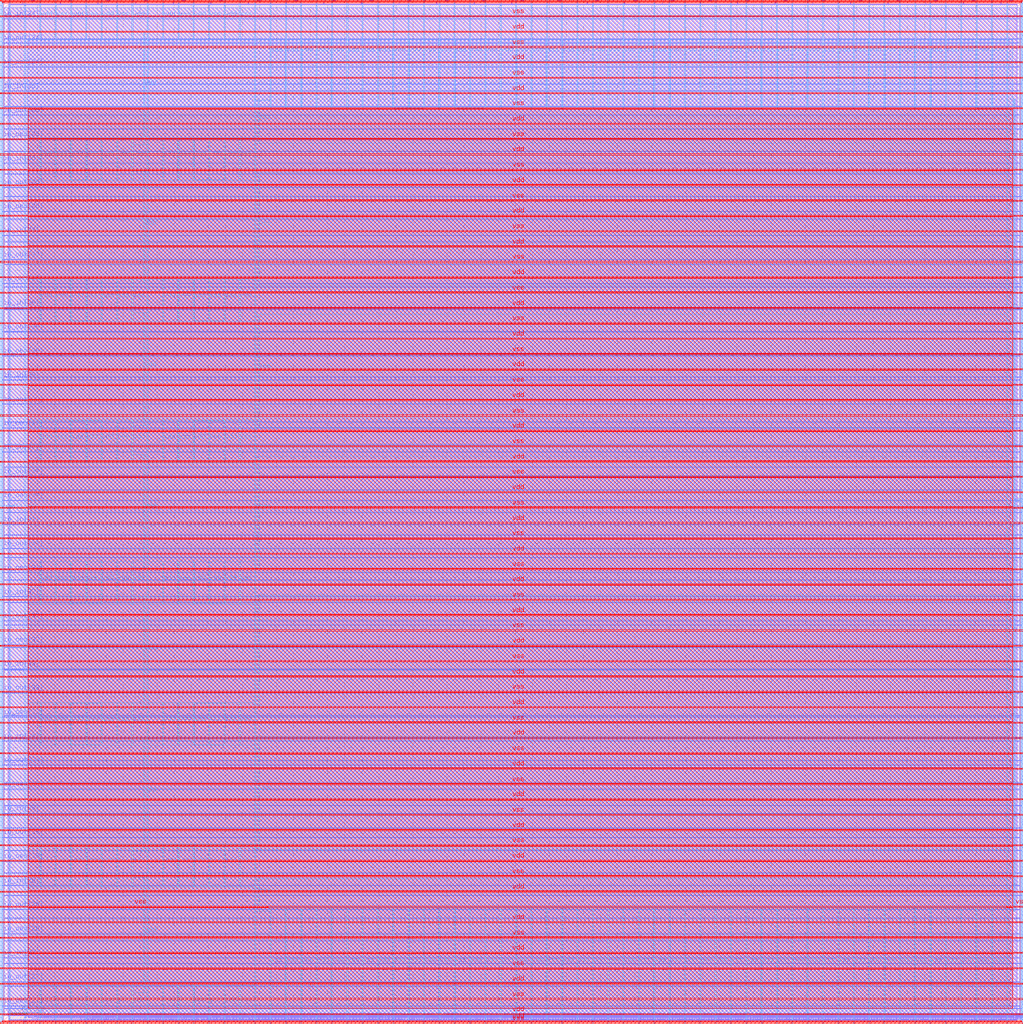
<source format=lef>
VERSION 5.7 ;
  NOWIREEXTENSIONATPIN ON ;
  DIVIDERCHAR "/" ;
  BUSBITCHARS "[]" ;
MACRO user_project_wrapper
  CLASS BLOCK ;
  FOREIGN user_project_wrapper ;
  ORIGIN 0.000 0.000 ;
  SIZE 2980.200 BY 2980.200 ;
  PIN io_in[0]
    DIRECTION INPUT ;
    USE SIGNAL ;
    PORT
      LAYER Metal3 ;
        RECT 2977.800 35.560 2985.000 36.680 ;
    END
  END io_in[0]
  PIN io_in[10]
    DIRECTION INPUT ;
    USE SIGNAL ;
    PORT
      LAYER Metal3 ;
        RECT 2977.800 2017.960 2985.000 2019.080 ;
    END
  END io_in[10]
  PIN io_in[11]
    DIRECTION INPUT ;
    USE SIGNAL ;
    PORT
      LAYER Metal3 ;
        RECT 2977.800 2216.200 2985.000 2217.320 ;
    END
  END io_in[11]
  PIN io_in[12]
    DIRECTION INPUT ;
    USE SIGNAL ;
    PORT
      LAYER Metal3 ;
        RECT 2977.800 2414.440 2985.000 2415.560 ;
    END
  END io_in[12]
  PIN io_in[13]
    DIRECTION INPUT ;
    USE SIGNAL ;
    PORT
      LAYER Metal3 ;
        RECT 2977.800 2612.680 2985.000 2613.800 ;
    END
  END io_in[13]
  PIN io_in[14]
    DIRECTION INPUT ;
    USE SIGNAL ;
    PORT
      LAYER Metal3 ;
        RECT 2977.800 2810.920 2985.000 2812.040 ;
    END
  END io_in[14]
  PIN io_in[15]
    DIRECTION INPUT ;
    USE SIGNAL ;
    PORT
      LAYER Metal2 ;
        RECT 2923.480 2977.800 2924.600 2985.000 ;
    END
  END io_in[15]
  PIN io_in[16]
    DIRECTION INPUT ;
    USE SIGNAL ;
    PORT
      LAYER Metal2 ;
        RECT 2592.520 2977.800 2593.640 2985.000 ;
    END
  END io_in[16]
  PIN io_in[17]
    DIRECTION INPUT ;
    USE SIGNAL ;
    PORT
      LAYER Metal2 ;
        RECT 2261.560 2977.800 2262.680 2985.000 ;
    END
  END io_in[17]
  PIN io_in[18]
    DIRECTION INPUT ;
    USE SIGNAL ;
    PORT
      LAYER Metal2 ;
        RECT 1930.600 2977.800 1931.720 2985.000 ;
    END
  END io_in[18]
  PIN io_in[19]
    DIRECTION INPUT ;
    USE SIGNAL ;
    PORT
      LAYER Metal2 ;
        RECT 1599.640 2977.800 1600.760 2985.000 ;
    END
  END io_in[19]
  PIN io_in[1]
    DIRECTION INPUT ;
    USE SIGNAL ;
    PORT
      LAYER Metal3 ;
        RECT 2977.800 233.800 2985.000 234.920 ;
    END
  END io_in[1]
  PIN io_in[20]
    DIRECTION INPUT ;
    USE SIGNAL ;
    PORT
      LAYER Metal2 ;
        RECT 1268.680 2977.800 1269.800 2985.000 ;
    END
  END io_in[20]
  PIN io_in[21]
    DIRECTION INPUT ;
    USE SIGNAL ;
    PORT
      LAYER Metal2 ;
        RECT 937.720 2977.800 938.840 2985.000 ;
    END
  END io_in[21]
  PIN io_in[22]
    DIRECTION INPUT ;
    USE SIGNAL ;
    PORT
      LAYER Metal2 ;
        RECT 606.760 2977.800 607.880 2985.000 ;
    END
  END io_in[22]
  PIN io_in[23]
    DIRECTION INPUT ;
    USE SIGNAL ;
    PORT
      LAYER Metal2 ;
        RECT 275.800 2977.800 276.920 2985.000 ;
    END
  END io_in[23]
  PIN io_in[24]
    DIRECTION INPUT ;
    USE SIGNAL ;
    PORT
      LAYER Metal3 ;
        RECT -4.800 2935.800 2.400 2936.920 ;
    END
  END io_in[24]
  PIN io_in[25]
    DIRECTION INPUT ;
    USE SIGNAL ;
    PORT
      LAYER Metal3 ;
        RECT -4.800 2724.120 2.400 2725.240 ;
    END
  END io_in[25]
  PIN io_in[26]
    DIRECTION INPUT ;
    USE SIGNAL ;
    PORT
      LAYER Metal3 ;
        RECT -4.800 2512.440 2.400 2513.560 ;
    END
  END io_in[26]
  PIN io_in[27]
    DIRECTION INPUT ;
    USE SIGNAL ;
    PORT
      LAYER Metal3 ;
        RECT -4.800 2300.760 2.400 2301.880 ;
    END
  END io_in[27]
  PIN io_in[28]
    DIRECTION INPUT ;
    USE SIGNAL ;
    PORT
      LAYER Metal3 ;
        RECT -4.800 2089.080 2.400 2090.200 ;
    END
  END io_in[28]
  PIN io_in[29]
    DIRECTION INPUT ;
    USE SIGNAL ;
    PORT
      LAYER Metal3 ;
        RECT -4.800 1877.400 2.400 1878.520 ;
    END
  END io_in[29]
  PIN io_in[2]
    DIRECTION INPUT ;
    USE SIGNAL ;
    PORT
      LAYER Metal3 ;
        RECT 2977.800 432.040 2985.000 433.160 ;
    END
  END io_in[2]
  PIN io_in[30]
    DIRECTION INPUT ;
    USE SIGNAL ;
    PORT
      LAYER Metal3 ;
        RECT -4.800 1665.720 2.400 1666.840 ;
    END
  END io_in[30]
  PIN io_in[31]
    DIRECTION INPUT ;
    USE SIGNAL ;
    PORT
      LAYER Metal3 ;
        RECT -4.800 1454.040 2.400 1455.160 ;
    END
  END io_in[31]
  PIN io_in[32]
    DIRECTION INPUT ;
    USE SIGNAL ;
    PORT
      LAYER Metal3 ;
        RECT -4.800 1242.360 2.400 1243.480 ;
    END
  END io_in[32]
  PIN io_in[33]
    DIRECTION INPUT ;
    USE SIGNAL ;
    PORT
      LAYER Metal3 ;
        RECT -4.800 1030.680 2.400 1031.800 ;
    END
  END io_in[33]
  PIN io_in[34]
    DIRECTION INPUT ;
    USE SIGNAL ;
    PORT
      LAYER Metal3 ;
        RECT -4.800 819.000 2.400 820.120 ;
    END
  END io_in[34]
  PIN io_in[35]
    DIRECTION INPUT ;
    USE SIGNAL ;
    PORT
      LAYER Metal3 ;
        RECT -4.800 607.320 2.400 608.440 ;
    END
  END io_in[35]
  PIN io_in[36]
    DIRECTION INPUT ;
    USE SIGNAL ;
    PORT
      LAYER Metal3 ;
        RECT -4.800 395.640 2.400 396.760 ;
    END
  END io_in[36]
  PIN io_in[37]
    DIRECTION INPUT ;
    USE SIGNAL ;
    PORT
      LAYER Metal3 ;
        RECT -4.800 183.960 2.400 185.080 ;
    END
  END io_in[37]
  PIN io_in[3]
    DIRECTION INPUT ;
    USE SIGNAL ;
    PORT
      LAYER Metal3 ;
        RECT 2977.800 630.280 2985.000 631.400 ;
    END
  END io_in[3]
  PIN io_in[4]
    DIRECTION INPUT ;
    USE SIGNAL ;
    PORT
      LAYER Metal3 ;
        RECT 2977.800 828.520 2985.000 829.640 ;
    END
  END io_in[4]
  PIN io_in[5]
    DIRECTION INPUT ;
    USE SIGNAL ;
    PORT
      LAYER Metal3 ;
        RECT 2977.800 1026.760 2985.000 1027.880 ;
    END
  END io_in[5]
  PIN io_in[6]
    DIRECTION INPUT ;
    USE SIGNAL ;
    PORT
      LAYER Metal3 ;
        RECT 2977.800 1225.000 2985.000 1226.120 ;
    END
  END io_in[6]
  PIN io_in[7]
    DIRECTION INPUT ;
    USE SIGNAL ;
    PORT
      LAYER Metal3 ;
        RECT 2977.800 1423.240 2985.000 1424.360 ;
    END
  END io_in[7]
  PIN io_in[8]
    DIRECTION INPUT ;
    USE SIGNAL ;
    PORT
      LAYER Metal3 ;
        RECT 2977.800 1621.480 2985.000 1622.600 ;
    END
  END io_in[8]
  PIN io_in[9]
    DIRECTION INPUT ;
    USE SIGNAL ;
    PORT
      LAYER Metal3 ;
        RECT 2977.800 1819.720 2985.000 1820.840 ;
    END
  END io_in[9]
  PIN io_oeb[0]
    DIRECTION OUTPUT TRISTATE ;
    USE SIGNAL ;
    PORT
      LAYER Metal3 ;
        RECT 2977.800 167.720 2985.000 168.840 ;
    END
  END io_oeb[0]
  PIN io_oeb[10]
    DIRECTION OUTPUT TRISTATE ;
    USE SIGNAL ;
    PORT
      LAYER Metal3 ;
        RECT 2977.800 2150.120 2985.000 2151.240 ;
    END
  END io_oeb[10]
  PIN io_oeb[11]
    DIRECTION OUTPUT TRISTATE ;
    USE SIGNAL ;
    PORT
      LAYER Metal3 ;
        RECT 2977.800 2348.360 2985.000 2349.480 ;
    END
  END io_oeb[11]
  PIN io_oeb[12]
    DIRECTION OUTPUT TRISTATE ;
    USE SIGNAL ;
    PORT
      LAYER Metal3 ;
        RECT 2977.800 2546.600 2985.000 2547.720 ;
    END
  END io_oeb[12]
  PIN io_oeb[13]
    DIRECTION OUTPUT TRISTATE ;
    USE SIGNAL ;
    PORT
      LAYER Metal3 ;
        RECT 2977.800 2744.840 2985.000 2745.960 ;
    END
  END io_oeb[13]
  PIN io_oeb[14]
    DIRECTION OUTPUT TRISTATE ;
    USE SIGNAL ;
    PORT
      LAYER Metal3 ;
        RECT 2977.800 2943.080 2985.000 2944.200 ;
    END
  END io_oeb[14]
  PIN io_oeb[15]
    DIRECTION OUTPUT TRISTATE ;
    USE SIGNAL ;
    PORT
      LAYER Metal2 ;
        RECT 2702.840 2977.800 2703.960 2985.000 ;
    END
  END io_oeb[15]
  PIN io_oeb[16]
    DIRECTION OUTPUT TRISTATE ;
    USE SIGNAL ;
    PORT
      LAYER Metal2 ;
        RECT 2371.880 2977.800 2373.000 2985.000 ;
    END
  END io_oeb[16]
  PIN io_oeb[17]
    DIRECTION OUTPUT TRISTATE ;
    USE SIGNAL ;
    PORT
      LAYER Metal2 ;
        RECT 2040.920 2977.800 2042.040 2985.000 ;
    END
  END io_oeb[17]
  PIN io_oeb[18]
    DIRECTION OUTPUT TRISTATE ;
    USE SIGNAL ;
    PORT
      LAYER Metal2 ;
        RECT 1709.960 2977.800 1711.080 2985.000 ;
    END
  END io_oeb[18]
  PIN io_oeb[19]
    DIRECTION OUTPUT TRISTATE ;
    USE SIGNAL ;
    PORT
      LAYER Metal2 ;
        RECT 1379.000 2977.800 1380.120 2985.000 ;
    END
  END io_oeb[19]
  PIN io_oeb[1]
    DIRECTION OUTPUT TRISTATE ;
    USE SIGNAL ;
    PORT
      LAYER Metal3 ;
        RECT 2977.800 365.960 2985.000 367.080 ;
    END
  END io_oeb[1]
  PIN io_oeb[20]
    DIRECTION OUTPUT TRISTATE ;
    USE SIGNAL ;
    PORT
      LAYER Metal2 ;
        RECT 1048.040 2977.800 1049.160 2985.000 ;
    END
  END io_oeb[20]
  PIN io_oeb[21]
    DIRECTION OUTPUT TRISTATE ;
    USE SIGNAL ;
    PORT
      LAYER Metal2 ;
        RECT 717.080 2977.800 718.200 2985.000 ;
    END
  END io_oeb[21]
  PIN io_oeb[22]
    DIRECTION OUTPUT TRISTATE ;
    USE SIGNAL ;
    PORT
      LAYER Metal2 ;
        RECT 386.120 2977.800 387.240 2985.000 ;
    END
  END io_oeb[22]
  PIN io_oeb[23]
    DIRECTION OUTPUT TRISTATE ;
    USE SIGNAL ;
    PORT
      LAYER Metal2 ;
        RECT 55.160 2977.800 56.280 2985.000 ;
    END
  END io_oeb[23]
  PIN io_oeb[24]
    DIRECTION OUTPUT TRISTATE ;
    USE SIGNAL ;
    PORT
      LAYER Metal3 ;
        RECT -4.800 2794.680 2.400 2795.800 ;
    END
  END io_oeb[24]
  PIN io_oeb[25]
    DIRECTION OUTPUT TRISTATE ;
    USE SIGNAL ;
    PORT
      LAYER Metal3 ;
        RECT -4.800 2583.000 2.400 2584.120 ;
    END
  END io_oeb[25]
  PIN io_oeb[26]
    DIRECTION OUTPUT TRISTATE ;
    USE SIGNAL ;
    PORT
      LAYER Metal3 ;
        RECT -4.800 2371.320 2.400 2372.440 ;
    END
  END io_oeb[26]
  PIN io_oeb[27]
    DIRECTION OUTPUT TRISTATE ;
    USE SIGNAL ;
    PORT
      LAYER Metal3 ;
        RECT -4.800 2159.640 2.400 2160.760 ;
    END
  END io_oeb[27]
  PIN io_oeb[28]
    DIRECTION OUTPUT TRISTATE ;
    USE SIGNAL ;
    PORT
      LAYER Metal3 ;
        RECT -4.800 1947.960 2.400 1949.080 ;
    END
  END io_oeb[28]
  PIN io_oeb[29]
    DIRECTION OUTPUT TRISTATE ;
    USE SIGNAL ;
    PORT
      LAYER Metal3 ;
        RECT -4.800 1736.280 2.400 1737.400 ;
    END
  END io_oeb[29]
  PIN io_oeb[2]
    DIRECTION OUTPUT TRISTATE ;
    USE SIGNAL ;
    PORT
      LAYER Metal3 ;
        RECT 2977.800 564.200 2985.000 565.320 ;
    END
  END io_oeb[2]
  PIN io_oeb[30]
    DIRECTION OUTPUT TRISTATE ;
    USE SIGNAL ;
    PORT
      LAYER Metal3 ;
        RECT -4.800 1524.600 2.400 1525.720 ;
    END
  END io_oeb[30]
  PIN io_oeb[31]
    DIRECTION OUTPUT TRISTATE ;
    USE SIGNAL ;
    PORT
      LAYER Metal3 ;
        RECT -4.800 1312.920 2.400 1314.040 ;
    END
  END io_oeb[31]
  PIN io_oeb[32]
    DIRECTION OUTPUT TRISTATE ;
    USE SIGNAL ;
    PORT
      LAYER Metal3 ;
        RECT -4.800 1101.240 2.400 1102.360 ;
    END
  END io_oeb[32]
  PIN io_oeb[33]
    DIRECTION OUTPUT TRISTATE ;
    USE SIGNAL ;
    PORT
      LAYER Metal3 ;
        RECT -4.800 889.560 2.400 890.680 ;
    END
  END io_oeb[33]
  PIN io_oeb[34]
    DIRECTION OUTPUT TRISTATE ;
    USE SIGNAL ;
    PORT
      LAYER Metal3 ;
        RECT -4.800 677.880 2.400 679.000 ;
    END
  END io_oeb[34]
  PIN io_oeb[35]
    DIRECTION OUTPUT TRISTATE ;
    USE SIGNAL ;
    PORT
      LAYER Metal3 ;
        RECT -4.800 466.200 2.400 467.320 ;
    END
  END io_oeb[35]
  PIN io_oeb[36]
    DIRECTION OUTPUT TRISTATE ;
    USE SIGNAL ;
    PORT
      LAYER Metal3 ;
        RECT -4.800 254.520 2.400 255.640 ;
    END
  END io_oeb[36]
  PIN io_oeb[37]
    DIRECTION OUTPUT TRISTATE ;
    USE SIGNAL ;
    PORT
      LAYER Metal3 ;
        RECT -4.800 42.840 2.400 43.960 ;
    END
  END io_oeb[37]
  PIN io_oeb[3]
    DIRECTION OUTPUT TRISTATE ;
    USE SIGNAL ;
    PORT
      LAYER Metal3 ;
        RECT 2977.800 762.440 2985.000 763.560 ;
    END
  END io_oeb[3]
  PIN io_oeb[4]
    DIRECTION OUTPUT TRISTATE ;
    USE SIGNAL ;
    PORT
      LAYER Metal3 ;
        RECT 2977.800 960.680 2985.000 961.800 ;
    END
  END io_oeb[4]
  PIN io_oeb[5]
    DIRECTION OUTPUT TRISTATE ;
    USE SIGNAL ;
    PORT
      LAYER Metal3 ;
        RECT 2977.800 1158.920 2985.000 1160.040 ;
    END
  END io_oeb[5]
  PIN io_oeb[6]
    DIRECTION OUTPUT TRISTATE ;
    USE SIGNAL ;
    PORT
      LAYER Metal3 ;
        RECT 2977.800 1357.160 2985.000 1358.280 ;
    END
  END io_oeb[6]
  PIN io_oeb[7]
    DIRECTION OUTPUT TRISTATE ;
    USE SIGNAL ;
    PORT
      LAYER Metal3 ;
        RECT 2977.800 1555.400 2985.000 1556.520 ;
    END
  END io_oeb[7]
  PIN io_oeb[8]
    DIRECTION OUTPUT TRISTATE ;
    USE SIGNAL ;
    PORT
      LAYER Metal3 ;
        RECT 2977.800 1753.640 2985.000 1754.760 ;
    END
  END io_oeb[8]
  PIN io_oeb[9]
    DIRECTION OUTPUT TRISTATE ;
    USE SIGNAL ;
    PORT
      LAYER Metal3 ;
        RECT 2977.800 1951.880 2985.000 1953.000 ;
    END
  END io_oeb[9]
  PIN io_out[0]
    DIRECTION OUTPUT TRISTATE ;
    USE SIGNAL ;
    PORT
      LAYER Metal3 ;
        RECT 2977.800 101.640 2985.000 102.760 ;
    END
  END io_out[0]
  PIN io_out[10]
    DIRECTION OUTPUT TRISTATE ;
    USE SIGNAL ;
    PORT
      LAYER Metal3 ;
        RECT 2977.800 2084.040 2985.000 2085.160 ;
    END
  END io_out[10]
  PIN io_out[11]
    DIRECTION OUTPUT TRISTATE ;
    USE SIGNAL ;
    PORT
      LAYER Metal3 ;
        RECT 2977.800 2282.280 2985.000 2283.400 ;
    END
  END io_out[11]
  PIN io_out[12]
    DIRECTION OUTPUT TRISTATE ;
    USE SIGNAL ;
    PORT
      LAYER Metal3 ;
        RECT 2977.800 2480.520 2985.000 2481.640 ;
    END
  END io_out[12]
  PIN io_out[13]
    DIRECTION OUTPUT TRISTATE ;
    USE SIGNAL ;
    PORT
      LAYER Metal3 ;
        RECT 2977.800 2678.760 2985.000 2679.880 ;
    END
  END io_out[13]
  PIN io_out[14]
    DIRECTION OUTPUT TRISTATE ;
    USE SIGNAL ;
    PORT
      LAYER Metal3 ;
        RECT 2977.800 2877.000 2985.000 2878.120 ;
    END
  END io_out[14]
  PIN io_out[15]
    DIRECTION OUTPUT TRISTATE ;
    USE SIGNAL ;
    PORT
      LAYER Metal2 ;
        RECT 2813.160 2977.800 2814.280 2985.000 ;
    END
  END io_out[15]
  PIN io_out[16]
    DIRECTION OUTPUT TRISTATE ;
    USE SIGNAL ;
    PORT
      LAYER Metal2 ;
        RECT 2482.200 2977.800 2483.320 2985.000 ;
    END
  END io_out[16]
  PIN io_out[17]
    DIRECTION OUTPUT TRISTATE ;
    USE SIGNAL ;
    PORT
      LAYER Metal2 ;
        RECT 2151.240 2977.800 2152.360 2985.000 ;
    END
  END io_out[17]
  PIN io_out[18]
    DIRECTION OUTPUT TRISTATE ;
    USE SIGNAL ;
    PORT
      LAYER Metal2 ;
        RECT 1820.280 2977.800 1821.400 2985.000 ;
    END
  END io_out[18]
  PIN io_out[19]
    DIRECTION OUTPUT TRISTATE ;
    USE SIGNAL ;
    PORT
      LAYER Metal2 ;
        RECT 1489.320 2977.800 1490.440 2985.000 ;
    END
  END io_out[19]
  PIN io_out[1]
    DIRECTION OUTPUT TRISTATE ;
    USE SIGNAL ;
    PORT
      LAYER Metal3 ;
        RECT 2977.800 299.880 2985.000 301.000 ;
    END
  END io_out[1]
  PIN io_out[20]
    DIRECTION OUTPUT TRISTATE ;
    USE SIGNAL ;
    PORT
      LAYER Metal2 ;
        RECT 1158.360 2977.800 1159.480 2985.000 ;
    END
  END io_out[20]
  PIN io_out[21]
    DIRECTION OUTPUT TRISTATE ;
    USE SIGNAL ;
    PORT
      LAYER Metal2 ;
        RECT 827.400 2977.800 828.520 2985.000 ;
    END
  END io_out[21]
  PIN io_out[22]
    DIRECTION OUTPUT TRISTATE ;
    USE SIGNAL ;
    PORT
      LAYER Metal2 ;
        RECT 496.440 2977.800 497.560 2985.000 ;
    END
  END io_out[22]
  PIN io_out[23]
    DIRECTION OUTPUT TRISTATE ;
    USE SIGNAL ;
    PORT
      LAYER Metal2 ;
        RECT 165.480 2977.800 166.600 2985.000 ;
    END
  END io_out[23]
  PIN io_out[24]
    DIRECTION OUTPUT TRISTATE ;
    USE SIGNAL ;
    PORT
      LAYER Metal3 ;
        RECT -4.800 2865.240 2.400 2866.360 ;
    END
  END io_out[24]
  PIN io_out[25]
    DIRECTION OUTPUT TRISTATE ;
    USE SIGNAL ;
    PORT
      LAYER Metal3 ;
        RECT -4.800 2653.560 2.400 2654.680 ;
    END
  END io_out[25]
  PIN io_out[26]
    DIRECTION OUTPUT TRISTATE ;
    USE SIGNAL ;
    PORT
      LAYER Metal3 ;
        RECT -4.800 2441.880 2.400 2443.000 ;
    END
  END io_out[26]
  PIN io_out[27]
    DIRECTION OUTPUT TRISTATE ;
    USE SIGNAL ;
    PORT
      LAYER Metal3 ;
        RECT -4.800 2230.200 2.400 2231.320 ;
    END
  END io_out[27]
  PIN io_out[28]
    DIRECTION OUTPUT TRISTATE ;
    USE SIGNAL ;
    PORT
      LAYER Metal3 ;
        RECT -4.800 2018.520 2.400 2019.640 ;
    END
  END io_out[28]
  PIN io_out[29]
    DIRECTION OUTPUT TRISTATE ;
    USE SIGNAL ;
    PORT
      LAYER Metal3 ;
        RECT -4.800 1806.840 2.400 1807.960 ;
    END
  END io_out[29]
  PIN io_out[2]
    DIRECTION OUTPUT TRISTATE ;
    USE SIGNAL ;
    PORT
      LAYER Metal3 ;
        RECT 2977.800 498.120 2985.000 499.240 ;
    END
  END io_out[2]
  PIN io_out[30]
    DIRECTION OUTPUT TRISTATE ;
    USE SIGNAL ;
    PORT
      LAYER Metal3 ;
        RECT -4.800 1595.160 2.400 1596.280 ;
    END
  END io_out[30]
  PIN io_out[31]
    DIRECTION OUTPUT TRISTATE ;
    USE SIGNAL ;
    PORT
      LAYER Metal3 ;
        RECT -4.800 1383.480 2.400 1384.600 ;
    END
  END io_out[31]
  PIN io_out[32]
    DIRECTION OUTPUT TRISTATE ;
    USE SIGNAL ;
    PORT
      LAYER Metal3 ;
        RECT -4.800 1171.800 2.400 1172.920 ;
    END
  END io_out[32]
  PIN io_out[33]
    DIRECTION OUTPUT TRISTATE ;
    USE SIGNAL ;
    PORT
      LAYER Metal3 ;
        RECT -4.800 960.120 2.400 961.240 ;
    END
  END io_out[33]
  PIN io_out[34]
    DIRECTION OUTPUT TRISTATE ;
    USE SIGNAL ;
    PORT
      LAYER Metal3 ;
        RECT -4.800 748.440 2.400 749.560 ;
    END
  END io_out[34]
  PIN io_out[35]
    DIRECTION OUTPUT TRISTATE ;
    USE SIGNAL ;
    PORT
      LAYER Metal3 ;
        RECT -4.800 536.760 2.400 537.880 ;
    END
  END io_out[35]
  PIN io_out[36]
    DIRECTION OUTPUT TRISTATE ;
    USE SIGNAL ;
    PORT
      LAYER Metal3 ;
        RECT -4.800 325.080 2.400 326.200 ;
    END
  END io_out[36]
  PIN io_out[37]
    DIRECTION OUTPUT TRISTATE ;
    USE SIGNAL ;
    PORT
      LAYER Metal3 ;
        RECT -4.800 113.400 2.400 114.520 ;
    END
  END io_out[37]
  PIN io_out[3]
    DIRECTION OUTPUT TRISTATE ;
    USE SIGNAL ;
    PORT
      LAYER Metal3 ;
        RECT 2977.800 696.360 2985.000 697.480 ;
    END
  END io_out[3]
  PIN io_out[4]
    DIRECTION OUTPUT TRISTATE ;
    USE SIGNAL ;
    PORT
      LAYER Metal3 ;
        RECT 2977.800 894.600 2985.000 895.720 ;
    END
  END io_out[4]
  PIN io_out[5]
    DIRECTION OUTPUT TRISTATE ;
    USE SIGNAL ;
    PORT
      LAYER Metal3 ;
        RECT 2977.800 1092.840 2985.000 1093.960 ;
    END
  END io_out[5]
  PIN io_out[6]
    DIRECTION OUTPUT TRISTATE ;
    USE SIGNAL ;
    PORT
      LAYER Metal3 ;
        RECT 2977.800 1291.080 2985.000 1292.200 ;
    END
  END io_out[6]
  PIN io_out[7]
    DIRECTION OUTPUT TRISTATE ;
    USE SIGNAL ;
    PORT
      LAYER Metal3 ;
        RECT 2977.800 1489.320 2985.000 1490.440 ;
    END
  END io_out[7]
  PIN io_out[8]
    DIRECTION OUTPUT TRISTATE ;
    USE SIGNAL ;
    PORT
      LAYER Metal3 ;
        RECT 2977.800 1687.560 2985.000 1688.680 ;
    END
  END io_out[8]
  PIN io_out[9]
    DIRECTION OUTPUT TRISTATE ;
    USE SIGNAL ;
    PORT
      LAYER Metal3 ;
        RECT 2977.800 1885.800 2985.000 1886.920 ;
    END
  END io_out[9]
  PIN la_data_in[0]
    DIRECTION INPUT ;
    USE SIGNAL ;
    PORT
      LAYER Metal2 ;
        RECT 1065.960 -4.800 1067.080 2.400 ;
    END
  END la_data_in[0]
  PIN la_data_in[10]
    DIRECTION INPUT ;
    USE SIGNAL ;
    PORT
      LAYER Metal2 ;
        RECT 1351.560 -4.800 1352.680 2.400 ;
    END
  END la_data_in[10]
  PIN la_data_in[11]
    DIRECTION INPUT ;
    USE SIGNAL ;
    PORT
      LAYER Metal2 ;
        RECT 1380.120 -4.800 1381.240 2.400 ;
    END
  END la_data_in[11]
  PIN la_data_in[12]
    DIRECTION INPUT ;
    USE SIGNAL ;
    PORT
      LAYER Metal2 ;
        RECT 1408.680 -4.800 1409.800 2.400 ;
    END
  END la_data_in[12]
  PIN la_data_in[13]
    DIRECTION INPUT ;
    USE SIGNAL ;
    PORT
      LAYER Metal2 ;
        RECT 1437.240 -4.800 1438.360 2.400 ;
    END
  END la_data_in[13]
  PIN la_data_in[14]
    DIRECTION INPUT ;
    USE SIGNAL ;
    PORT
      LAYER Metal2 ;
        RECT 1465.800 -4.800 1466.920 2.400 ;
    END
  END la_data_in[14]
  PIN la_data_in[15]
    DIRECTION INPUT ;
    USE SIGNAL ;
    PORT
      LAYER Metal2 ;
        RECT 1494.360 -4.800 1495.480 2.400 ;
    END
  END la_data_in[15]
  PIN la_data_in[16]
    DIRECTION INPUT ;
    USE SIGNAL ;
    PORT
      LAYER Metal2 ;
        RECT 1522.920 -4.800 1524.040 2.400 ;
    END
  END la_data_in[16]
  PIN la_data_in[17]
    DIRECTION INPUT ;
    USE SIGNAL ;
    PORT
      LAYER Metal2 ;
        RECT 1551.480 -4.800 1552.600 2.400 ;
    END
  END la_data_in[17]
  PIN la_data_in[18]
    DIRECTION INPUT ;
    USE SIGNAL ;
    PORT
      LAYER Metal2 ;
        RECT 1580.040 -4.800 1581.160 2.400 ;
    END
  END la_data_in[18]
  PIN la_data_in[19]
    DIRECTION INPUT ;
    USE SIGNAL ;
    PORT
      LAYER Metal2 ;
        RECT 1608.600 -4.800 1609.720 2.400 ;
    END
  END la_data_in[19]
  PIN la_data_in[1]
    DIRECTION INPUT ;
    USE SIGNAL ;
    PORT
      LAYER Metal2 ;
        RECT 1094.520 -4.800 1095.640 2.400 ;
    END
  END la_data_in[1]
  PIN la_data_in[20]
    DIRECTION INPUT ;
    USE SIGNAL ;
    PORT
      LAYER Metal2 ;
        RECT 1637.160 -4.800 1638.280 2.400 ;
    END
  END la_data_in[20]
  PIN la_data_in[21]
    DIRECTION INPUT ;
    USE SIGNAL ;
    PORT
      LAYER Metal2 ;
        RECT 1665.720 -4.800 1666.840 2.400 ;
    END
  END la_data_in[21]
  PIN la_data_in[22]
    DIRECTION INPUT ;
    USE SIGNAL ;
    PORT
      LAYER Metal2 ;
        RECT 1694.280 -4.800 1695.400 2.400 ;
    END
  END la_data_in[22]
  PIN la_data_in[23]
    DIRECTION INPUT ;
    USE SIGNAL ;
    PORT
      LAYER Metal2 ;
        RECT 1722.840 -4.800 1723.960 2.400 ;
    END
  END la_data_in[23]
  PIN la_data_in[24]
    DIRECTION INPUT ;
    USE SIGNAL ;
    PORT
      LAYER Metal2 ;
        RECT 1751.400 -4.800 1752.520 2.400 ;
    END
  END la_data_in[24]
  PIN la_data_in[25]
    DIRECTION INPUT ;
    USE SIGNAL ;
    PORT
      LAYER Metal2 ;
        RECT 1779.960 -4.800 1781.080 2.400 ;
    END
  END la_data_in[25]
  PIN la_data_in[26]
    DIRECTION INPUT ;
    USE SIGNAL ;
    PORT
      LAYER Metal2 ;
        RECT 1808.520 -4.800 1809.640 2.400 ;
    END
  END la_data_in[26]
  PIN la_data_in[27]
    DIRECTION INPUT ;
    USE SIGNAL ;
    PORT
      LAYER Metal2 ;
        RECT 1837.080 -4.800 1838.200 2.400 ;
    END
  END la_data_in[27]
  PIN la_data_in[28]
    DIRECTION INPUT ;
    USE SIGNAL ;
    PORT
      LAYER Metal2 ;
        RECT 1865.640 -4.800 1866.760 2.400 ;
    END
  END la_data_in[28]
  PIN la_data_in[29]
    DIRECTION INPUT ;
    USE SIGNAL ;
    PORT
      LAYER Metal2 ;
        RECT 1894.200 -4.800 1895.320 2.400 ;
    END
  END la_data_in[29]
  PIN la_data_in[2]
    DIRECTION INPUT ;
    USE SIGNAL ;
    PORT
      LAYER Metal2 ;
        RECT 1123.080 -4.800 1124.200 2.400 ;
    END
  END la_data_in[2]
  PIN la_data_in[30]
    DIRECTION INPUT ;
    USE SIGNAL ;
    PORT
      LAYER Metal2 ;
        RECT 1922.760 -4.800 1923.880 2.400 ;
    END
  END la_data_in[30]
  PIN la_data_in[31]
    DIRECTION INPUT ;
    USE SIGNAL ;
    PORT
      LAYER Metal2 ;
        RECT 1951.320 -4.800 1952.440 2.400 ;
    END
  END la_data_in[31]
  PIN la_data_in[32]
    DIRECTION INPUT ;
    USE SIGNAL ;
    PORT
      LAYER Metal2 ;
        RECT 1979.880 -4.800 1981.000 2.400 ;
    END
  END la_data_in[32]
  PIN la_data_in[33]
    DIRECTION INPUT ;
    USE SIGNAL ;
    PORT
      LAYER Metal2 ;
        RECT 2008.440 -4.800 2009.560 2.400 ;
    END
  END la_data_in[33]
  PIN la_data_in[34]
    DIRECTION INPUT ;
    USE SIGNAL ;
    PORT
      LAYER Metal2 ;
        RECT 2037.000 -4.800 2038.120 2.400 ;
    END
  END la_data_in[34]
  PIN la_data_in[35]
    DIRECTION INPUT ;
    USE SIGNAL ;
    PORT
      LAYER Metal2 ;
        RECT 2065.560 -4.800 2066.680 2.400 ;
    END
  END la_data_in[35]
  PIN la_data_in[36]
    DIRECTION INPUT ;
    USE SIGNAL ;
    PORT
      LAYER Metal2 ;
        RECT 2094.120 -4.800 2095.240 2.400 ;
    END
  END la_data_in[36]
  PIN la_data_in[37]
    DIRECTION INPUT ;
    USE SIGNAL ;
    PORT
      LAYER Metal2 ;
        RECT 2122.680 -4.800 2123.800 2.400 ;
    END
  END la_data_in[37]
  PIN la_data_in[38]
    DIRECTION INPUT ;
    USE SIGNAL ;
    PORT
      LAYER Metal2 ;
        RECT 2151.240 -4.800 2152.360 2.400 ;
    END
  END la_data_in[38]
  PIN la_data_in[39]
    DIRECTION INPUT ;
    USE SIGNAL ;
    PORT
      LAYER Metal2 ;
        RECT 2179.800 -4.800 2180.920 2.400 ;
    END
  END la_data_in[39]
  PIN la_data_in[3]
    DIRECTION INPUT ;
    USE SIGNAL ;
    PORT
      LAYER Metal2 ;
        RECT 1151.640 -4.800 1152.760 2.400 ;
    END
  END la_data_in[3]
  PIN la_data_in[40]
    DIRECTION INPUT ;
    USE SIGNAL ;
    PORT
      LAYER Metal2 ;
        RECT 2208.360 -4.800 2209.480 2.400 ;
    END
  END la_data_in[40]
  PIN la_data_in[41]
    DIRECTION INPUT ;
    USE SIGNAL ;
    PORT
      LAYER Metal2 ;
        RECT 2236.920 -4.800 2238.040 2.400 ;
    END
  END la_data_in[41]
  PIN la_data_in[42]
    DIRECTION INPUT ;
    USE SIGNAL ;
    PORT
      LAYER Metal2 ;
        RECT 2265.480 -4.800 2266.600 2.400 ;
    END
  END la_data_in[42]
  PIN la_data_in[43]
    DIRECTION INPUT ;
    USE SIGNAL ;
    PORT
      LAYER Metal2 ;
        RECT 2294.040 -4.800 2295.160 2.400 ;
    END
  END la_data_in[43]
  PIN la_data_in[44]
    DIRECTION INPUT ;
    USE SIGNAL ;
    PORT
      LAYER Metal2 ;
        RECT 2322.600 -4.800 2323.720 2.400 ;
    END
  END la_data_in[44]
  PIN la_data_in[45]
    DIRECTION INPUT ;
    USE SIGNAL ;
    PORT
      LAYER Metal2 ;
        RECT 2351.160 -4.800 2352.280 2.400 ;
    END
  END la_data_in[45]
  PIN la_data_in[46]
    DIRECTION INPUT ;
    USE SIGNAL ;
    PORT
      LAYER Metal2 ;
        RECT 2379.720 -4.800 2380.840 2.400 ;
    END
  END la_data_in[46]
  PIN la_data_in[47]
    DIRECTION INPUT ;
    USE SIGNAL ;
    PORT
      LAYER Metal2 ;
        RECT 2408.280 -4.800 2409.400 2.400 ;
    END
  END la_data_in[47]
  PIN la_data_in[48]
    DIRECTION INPUT ;
    USE SIGNAL ;
    PORT
      LAYER Metal2 ;
        RECT 2436.840 -4.800 2437.960 2.400 ;
    END
  END la_data_in[48]
  PIN la_data_in[49]
    DIRECTION INPUT ;
    USE SIGNAL ;
    PORT
      LAYER Metal2 ;
        RECT 2465.400 -4.800 2466.520 2.400 ;
    END
  END la_data_in[49]
  PIN la_data_in[4]
    DIRECTION INPUT ;
    USE SIGNAL ;
    PORT
      LAYER Metal2 ;
        RECT 1180.200 -4.800 1181.320 2.400 ;
    END
  END la_data_in[4]
  PIN la_data_in[50]
    DIRECTION INPUT ;
    USE SIGNAL ;
    PORT
      LAYER Metal2 ;
        RECT 2493.960 -4.800 2495.080 2.400 ;
    END
  END la_data_in[50]
  PIN la_data_in[51]
    DIRECTION INPUT ;
    USE SIGNAL ;
    PORT
      LAYER Metal2 ;
        RECT 2522.520 -4.800 2523.640 2.400 ;
    END
  END la_data_in[51]
  PIN la_data_in[52]
    DIRECTION INPUT ;
    USE SIGNAL ;
    PORT
      LAYER Metal2 ;
        RECT 2551.080 -4.800 2552.200 2.400 ;
    END
  END la_data_in[52]
  PIN la_data_in[53]
    DIRECTION INPUT ;
    USE SIGNAL ;
    PORT
      LAYER Metal2 ;
        RECT 2579.640 -4.800 2580.760 2.400 ;
    END
  END la_data_in[53]
  PIN la_data_in[54]
    DIRECTION INPUT ;
    USE SIGNAL ;
    PORT
      LAYER Metal2 ;
        RECT 2608.200 -4.800 2609.320 2.400 ;
    END
  END la_data_in[54]
  PIN la_data_in[55]
    DIRECTION INPUT ;
    USE SIGNAL ;
    PORT
      LAYER Metal2 ;
        RECT 2636.760 -4.800 2637.880 2.400 ;
    END
  END la_data_in[55]
  PIN la_data_in[56]
    DIRECTION INPUT ;
    USE SIGNAL ;
    PORT
      LAYER Metal2 ;
        RECT 2665.320 -4.800 2666.440 2.400 ;
    END
  END la_data_in[56]
  PIN la_data_in[57]
    DIRECTION INPUT ;
    USE SIGNAL ;
    PORT
      LAYER Metal2 ;
        RECT 2693.880 -4.800 2695.000 2.400 ;
    END
  END la_data_in[57]
  PIN la_data_in[58]
    DIRECTION INPUT ;
    USE SIGNAL ;
    PORT
      LAYER Metal2 ;
        RECT 2722.440 -4.800 2723.560 2.400 ;
    END
  END la_data_in[58]
  PIN la_data_in[59]
    DIRECTION INPUT ;
    USE SIGNAL ;
    PORT
      LAYER Metal2 ;
        RECT 2751.000 -4.800 2752.120 2.400 ;
    END
  END la_data_in[59]
  PIN la_data_in[5]
    DIRECTION INPUT ;
    USE SIGNAL ;
    PORT
      LAYER Metal2 ;
        RECT 1208.760 -4.800 1209.880 2.400 ;
    END
  END la_data_in[5]
  PIN la_data_in[60]
    DIRECTION INPUT ;
    USE SIGNAL ;
    PORT
      LAYER Metal2 ;
        RECT 2779.560 -4.800 2780.680 2.400 ;
    END
  END la_data_in[60]
  PIN la_data_in[61]
    DIRECTION INPUT ;
    USE SIGNAL ;
    PORT
      LAYER Metal2 ;
        RECT 2808.120 -4.800 2809.240 2.400 ;
    END
  END la_data_in[61]
  PIN la_data_in[62]
    DIRECTION INPUT ;
    USE SIGNAL ;
    PORT
      LAYER Metal2 ;
        RECT 2836.680 -4.800 2837.800 2.400 ;
    END
  END la_data_in[62]
  PIN la_data_in[63]
    DIRECTION INPUT ;
    USE SIGNAL ;
    PORT
      LAYER Metal2 ;
        RECT 2865.240 -4.800 2866.360 2.400 ;
    END
  END la_data_in[63]
  PIN la_data_in[6]
    DIRECTION INPUT ;
    USE SIGNAL ;
    PORT
      LAYER Metal2 ;
        RECT 1237.320 -4.800 1238.440 2.400 ;
    END
  END la_data_in[6]
  PIN la_data_in[7]
    DIRECTION INPUT ;
    USE SIGNAL ;
    PORT
      LAYER Metal2 ;
        RECT 1265.880 -4.800 1267.000 2.400 ;
    END
  END la_data_in[7]
  PIN la_data_in[8]
    DIRECTION INPUT ;
    USE SIGNAL ;
    PORT
      LAYER Metal2 ;
        RECT 1294.440 -4.800 1295.560 2.400 ;
    END
  END la_data_in[8]
  PIN la_data_in[9]
    DIRECTION INPUT ;
    USE SIGNAL ;
    PORT
      LAYER Metal2 ;
        RECT 1323.000 -4.800 1324.120 2.400 ;
    END
  END la_data_in[9]
  PIN la_data_out[0]
    DIRECTION OUTPUT TRISTATE ;
    USE SIGNAL ;
    PORT
      LAYER Metal2 ;
        RECT 1075.480 -4.800 1076.600 2.400 ;
    END
  END la_data_out[0]
  PIN la_data_out[10]
    DIRECTION OUTPUT TRISTATE ;
    USE SIGNAL ;
    PORT
      LAYER Metal2 ;
        RECT 1361.080 -4.800 1362.200 2.400 ;
    END
  END la_data_out[10]
  PIN la_data_out[11]
    DIRECTION OUTPUT TRISTATE ;
    USE SIGNAL ;
    PORT
      LAYER Metal2 ;
        RECT 1389.640 -4.800 1390.760 2.400 ;
    END
  END la_data_out[11]
  PIN la_data_out[12]
    DIRECTION OUTPUT TRISTATE ;
    USE SIGNAL ;
    PORT
      LAYER Metal2 ;
        RECT 1418.200 -4.800 1419.320 2.400 ;
    END
  END la_data_out[12]
  PIN la_data_out[13]
    DIRECTION OUTPUT TRISTATE ;
    USE SIGNAL ;
    PORT
      LAYER Metal2 ;
        RECT 1446.760 -4.800 1447.880 2.400 ;
    END
  END la_data_out[13]
  PIN la_data_out[14]
    DIRECTION OUTPUT TRISTATE ;
    USE SIGNAL ;
    PORT
      LAYER Metal2 ;
        RECT 1475.320 -4.800 1476.440 2.400 ;
    END
  END la_data_out[14]
  PIN la_data_out[15]
    DIRECTION OUTPUT TRISTATE ;
    USE SIGNAL ;
    PORT
      LAYER Metal2 ;
        RECT 1503.880 -4.800 1505.000 2.400 ;
    END
  END la_data_out[15]
  PIN la_data_out[16]
    DIRECTION OUTPUT TRISTATE ;
    USE SIGNAL ;
    PORT
      LAYER Metal2 ;
        RECT 1532.440 -4.800 1533.560 2.400 ;
    END
  END la_data_out[16]
  PIN la_data_out[17]
    DIRECTION OUTPUT TRISTATE ;
    USE SIGNAL ;
    PORT
      LAYER Metal2 ;
        RECT 1561.000 -4.800 1562.120 2.400 ;
    END
  END la_data_out[17]
  PIN la_data_out[18]
    DIRECTION OUTPUT TRISTATE ;
    USE SIGNAL ;
    PORT
      LAYER Metal2 ;
        RECT 1589.560 -4.800 1590.680 2.400 ;
    END
  END la_data_out[18]
  PIN la_data_out[19]
    DIRECTION OUTPUT TRISTATE ;
    USE SIGNAL ;
    PORT
      LAYER Metal2 ;
        RECT 1618.120 -4.800 1619.240 2.400 ;
    END
  END la_data_out[19]
  PIN la_data_out[1]
    DIRECTION OUTPUT TRISTATE ;
    USE SIGNAL ;
    PORT
      LAYER Metal2 ;
        RECT 1104.040 -4.800 1105.160 2.400 ;
    END
  END la_data_out[1]
  PIN la_data_out[20]
    DIRECTION OUTPUT TRISTATE ;
    USE SIGNAL ;
    PORT
      LAYER Metal2 ;
        RECT 1646.680 -4.800 1647.800 2.400 ;
    END
  END la_data_out[20]
  PIN la_data_out[21]
    DIRECTION OUTPUT TRISTATE ;
    USE SIGNAL ;
    PORT
      LAYER Metal2 ;
        RECT 1675.240 -4.800 1676.360 2.400 ;
    END
  END la_data_out[21]
  PIN la_data_out[22]
    DIRECTION OUTPUT TRISTATE ;
    USE SIGNAL ;
    PORT
      LAYER Metal2 ;
        RECT 1703.800 -4.800 1704.920 2.400 ;
    END
  END la_data_out[22]
  PIN la_data_out[23]
    DIRECTION OUTPUT TRISTATE ;
    USE SIGNAL ;
    PORT
      LAYER Metal2 ;
        RECT 1732.360 -4.800 1733.480 2.400 ;
    END
  END la_data_out[23]
  PIN la_data_out[24]
    DIRECTION OUTPUT TRISTATE ;
    USE SIGNAL ;
    PORT
      LAYER Metal2 ;
        RECT 1760.920 -4.800 1762.040 2.400 ;
    END
  END la_data_out[24]
  PIN la_data_out[25]
    DIRECTION OUTPUT TRISTATE ;
    USE SIGNAL ;
    PORT
      LAYER Metal2 ;
        RECT 1789.480 -4.800 1790.600 2.400 ;
    END
  END la_data_out[25]
  PIN la_data_out[26]
    DIRECTION OUTPUT TRISTATE ;
    USE SIGNAL ;
    PORT
      LAYER Metal2 ;
        RECT 1818.040 -4.800 1819.160 2.400 ;
    END
  END la_data_out[26]
  PIN la_data_out[27]
    DIRECTION OUTPUT TRISTATE ;
    USE SIGNAL ;
    PORT
      LAYER Metal2 ;
        RECT 1846.600 -4.800 1847.720 2.400 ;
    END
  END la_data_out[27]
  PIN la_data_out[28]
    DIRECTION OUTPUT TRISTATE ;
    USE SIGNAL ;
    PORT
      LAYER Metal2 ;
        RECT 1875.160 -4.800 1876.280 2.400 ;
    END
  END la_data_out[28]
  PIN la_data_out[29]
    DIRECTION OUTPUT TRISTATE ;
    USE SIGNAL ;
    PORT
      LAYER Metal2 ;
        RECT 1903.720 -4.800 1904.840 2.400 ;
    END
  END la_data_out[29]
  PIN la_data_out[2]
    DIRECTION OUTPUT TRISTATE ;
    USE SIGNAL ;
    PORT
      LAYER Metal2 ;
        RECT 1132.600 -4.800 1133.720 2.400 ;
    END
  END la_data_out[2]
  PIN la_data_out[30]
    DIRECTION OUTPUT TRISTATE ;
    USE SIGNAL ;
    PORT
      LAYER Metal2 ;
        RECT 1932.280 -4.800 1933.400 2.400 ;
    END
  END la_data_out[30]
  PIN la_data_out[31]
    DIRECTION OUTPUT TRISTATE ;
    USE SIGNAL ;
    PORT
      LAYER Metal2 ;
        RECT 1960.840 -4.800 1961.960 2.400 ;
    END
  END la_data_out[31]
  PIN la_data_out[32]
    DIRECTION OUTPUT TRISTATE ;
    USE SIGNAL ;
    PORT
      LAYER Metal2 ;
        RECT 1989.400 -4.800 1990.520 2.400 ;
    END
  END la_data_out[32]
  PIN la_data_out[33]
    DIRECTION OUTPUT TRISTATE ;
    USE SIGNAL ;
    PORT
      LAYER Metal2 ;
        RECT 2017.960 -4.800 2019.080 2.400 ;
    END
  END la_data_out[33]
  PIN la_data_out[34]
    DIRECTION OUTPUT TRISTATE ;
    USE SIGNAL ;
    PORT
      LAYER Metal2 ;
        RECT 2046.520 -4.800 2047.640 2.400 ;
    END
  END la_data_out[34]
  PIN la_data_out[35]
    DIRECTION OUTPUT TRISTATE ;
    USE SIGNAL ;
    PORT
      LAYER Metal2 ;
        RECT 2075.080 -4.800 2076.200 2.400 ;
    END
  END la_data_out[35]
  PIN la_data_out[36]
    DIRECTION OUTPUT TRISTATE ;
    USE SIGNAL ;
    PORT
      LAYER Metal2 ;
        RECT 2103.640 -4.800 2104.760 2.400 ;
    END
  END la_data_out[36]
  PIN la_data_out[37]
    DIRECTION OUTPUT TRISTATE ;
    USE SIGNAL ;
    PORT
      LAYER Metal2 ;
        RECT 2132.200 -4.800 2133.320 2.400 ;
    END
  END la_data_out[37]
  PIN la_data_out[38]
    DIRECTION OUTPUT TRISTATE ;
    USE SIGNAL ;
    PORT
      LAYER Metal2 ;
        RECT 2160.760 -4.800 2161.880 2.400 ;
    END
  END la_data_out[38]
  PIN la_data_out[39]
    DIRECTION OUTPUT TRISTATE ;
    USE SIGNAL ;
    PORT
      LAYER Metal2 ;
        RECT 2189.320 -4.800 2190.440 2.400 ;
    END
  END la_data_out[39]
  PIN la_data_out[3]
    DIRECTION OUTPUT TRISTATE ;
    USE SIGNAL ;
    PORT
      LAYER Metal2 ;
        RECT 1161.160 -4.800 1162.280 2.400 ;
    END
  END la_data_out[3]
  PIN la_data_out[40]
    DIRECTION OUTPUT TRISTATE ;
    USE SIGNAL ;
    PORT
      LAYER Metal2 ;
        RECT 2217.880 -4.800 2219.000 2.400 ;
    END
  END la_data_out[40]
  PIN la_data_out[41]
    DIRECTION OUTPUT TRISTATE ;
    USE SIGNAL ;
    PORT
      LAYER Metal2 ;
        RECT 2246.440 -4.800 2247.560 2.400 ;
    END
  END la_data_out[41]
  PIN la_data_out[42]
    DIRECTION OUTPUT TRISTATE ;
    USE SIGNAL ;
    PORT
      LAYER Metal2 ;
        RECT 2275.000 -4.800 2276.120 2.400 ;
    END
  END la_data_out[42]
  PIN la_data_out[43]
    DIRECTION OUTPUT TRISTATE ;
    USE SIGNAL ;
    PORT
      LAYER Metal2 ;
        RECT 2303.560 -4.800 2304.680 2.400 ;
    END
  END la_data_out[43]
  PIN la_data_out[44]
    DIRECTION OUTPUT TRISTATE ;
    USE SIGNAL ;
    PORT
      LAYER Metal2 ;
        RECT 2332.120 -4.800 2333.240 2.400 ;
    END
  END la_data_out[44]
  PIN la_data_out[45]
    DIRECTION OUTPUT TRISTATE ;
    USE SIGNAL ;
    PORT
      LAYER Metal2 ;
        RECT 2360.680 -4.800 2361.800 2.400 ;
    END
  END la_data_out[45]
  PIN la_data_out[46]
    DIRECTION OUTPUT TRISTATE ;
    USE SIGNAL ;
    PORT
      LAYER Metal2 ;
        RECT 2389.240 -4.800 2390.360 2.400 ;
    END
  END la_data_out[46]
  PIN la_data_out[47]
    DIRECTION OUTPUT TRISTATE ;
    USE SIGNAL ;
    PORT
      LAYER Metal2 ;
        RECT 2417.800 -4.800 2418.920 2.400 ;
    END
  END la_data_out[47]
  PIN la_data_out[48]
    DIRECTION OUTPUT TRISTATE ;
    USE SIGNAL ;
    PORT
      LAYER Metal2 ;
        RECT 2446.360 -4.800 2447.480 2.400 ;
    END
  END la_data_out[48]
  PIN la_data_out[49]
    DIRECTION OUTPUT TRISTATE ;
    USE SIGNAL ;
    PORT
      LAYER Metal2 ;
        RECT 2474.920 -4.800 2476.040 2.400 ;
    END
  END la_data_out[49]
  PIN la_data_out[4]
    DIRECTION OUTPUT TRISTATE ;
    USE SIGNAL ;
    PORT
      LAYER Metal2 ;
        RECT 1189.720 -4.800 1190.840 2.400 ;
    END
  END la_data_out[4]
  PIN la_data_out[50]
    DIRECTION OUTPUT TRISTATE ;
    USE SIGNAL ;
    PORT
      LAYER Metal2 ;
        RECT 2503.480 -4.800 2504.600 2.400 ;
    END
  END la_data_out[50]
  PIN la_data_out[51]
    DIRECTION OUTPUT TRISTATE ;
    USE SIGNAL ;
    PORT
      LAYER Metal2 ;
        RECT 2532.040 -4.800 2533.160 2.400 ;
    END
  END la_data_out[51]
  PIN la_data_out[52]
    DIRECTION OUTPUT TRISTATE ;
    USE SIGNAL ;
    PORT
      LAYER Metal2 ;
        RECT 2560.600 -4.800 2561.720 2.400 ;
    END
  END la_data_out[52]
  PIN la_data_out[53]
    DIRECTION OUTPUT TRISTATE ;
    USE SIGNAL ;
    PORT
      LAYER Metal2 ;
        RECT 2589.160 -4.800 2590.280 2.400 ;
    END
  END la_data_out[53]
  PIN la_data_out[54]
    DIRECTION OUTPUT TRISTATE ;
    USE SIGNAL ;
    PORT
      LAYER Metal2 ;
        RECT 2617.720 -4.800 2618.840 2.400 ;
    END
  END la_data_out[54]
  PIN la_data_out[55]
    DIRECTION OUTPUT TRISTATE ;
    USE SIGNAL ;
    PORT
      LAYER Metal2 ;
        RECT 2646.280 -4.800 2647.400 2.400 ;
    END
  END la_data_out[55]
  PIN la_data_out[56]
    DIRECTION OUTPUT TRISTATE ;
    USE SIGNAL ;
    PORT
      LAYER Metal2 ;
        RECT 2674.840 -4.800 2675.960 2.400 ;
    END
  END la_data_out[56]
  PIN la_data_out[57]
    DIRECTION OUTPUT TRISTATE ;
    USE SIGNAL ;
    PORT
      LAYER Metal2 ;
        RECT 2703.400 -4.800 2704.520 2.400 ;
    END
  END la_data_out[57]
  PIN la_data_out[58]
    DIRECTION OUTPUT TRISTATE ;
    USE SIGNAL ;
    PORT
      LAYER Metal2 ;
        RECT 2731.960 -4.800 2733.080 2.400 ;
    END
  END la_data_out[58]
  PIN la_data_out[59]
    DIRECTION OUTPUT TRISTATE ;
    USE SIGNAL ;
    PORT
      LAYER Metal2 ;
        RECT 2760.520 -4.800 2761.640 2.400 ;
    END
  END la_data_out[59]
  PIN la_data_out[5]
    DIRECTION OUTPUT TRISTATE ;
    USE SIGNAL ;
    PORT
      LAYER Metal2 ;
        RECT 1218.280 -4.800 1219.400 2.400 ;
    END
  END la_data_out[5]
  PIN la_data_out[60]
    DIRECTION OUTPUT TRISTATE ;
    USE SIGNAL ;
    PORT
      LAYER Metal2 ;
        RECT 2789.080 -4.800 2790.200 2.400 ;
    END
  END la_data_out[60]
  PIN la_data_out[61]
    DIRECTION OUTPUT TRISTATE ;
    USE SIGNAL ;
    PORT
      LAYER Metal2 ;
        RECT 2817.640 -4.800 2818.760 2.400 ;
    END
  END la_data_out[61]
  PIN la_data_out[62]
    DIRECTION OUTPUT TRISTATE ;
    USE SIGNAL ;
    PORT
      LAYER Metal2 ;
        RECT 2846.200 -4.800 2847.320 2.400 ;
    END
  END la_data_out[62]
  PIN la_data_out[63]
    DIRECTION OUTPUT TRISTATE ;
    USE SIGNAL ;
    PORT
      LAYER Metal2 ;
        RECT 2874.760 -4.800 2875.880 2.400 ;
    END
  END la_data_out[63]
  PIN la_data_out[6]
    DIRECTION OUTPUT TRISTATE ;
    USE SIGNAL ;
    PORT
      LAYER Metal2 ;
        RECT 1246.840 -4.800 1247.960 2.400 ;
    END
  END la_data_out[6]
  PIN la_data_out[7]
    DIRECTION OUTPUT TRISTATE ;
    USE SIGNAL ;
    PORT
      LAYER Metal2 ;
        RECT 1275.400 -4.800 1276.520 2.400 ;
    END
  END la_data_out[7]
  PIN la_data_out[8]
    DIRECTION OUTPUT TRISTATE ;
    USE SIGNAL ;
    PORT
      LAYER Metal2 ;
        RECT 1303.960 -4.800 1305.080 2.400 ;
    END
  END la_data_out[8]
  PIN la_data_out[9]
    DIRECTION OUTPUT TRISTATE ;
    USE SIGNAL ;
    PORT
      LAYER Metal2 ;
        RECT 1332.520 -4.800 1333.640 2.400 ;
    END
  END la_data_out[9]
  PIN la_oenb[0]
    DIRECTION INPUT ;
    USE SIGNAL ;
    PORT
      LAYER Metal2 ;
        RECT 1085.000 -4.800 1086.120 2.400 ;
    END
  END la_oenb[0]
  PIN la_oenb[10]
    DIRECTION INPUT ;
    USE SIGNAL ;
    PORT
      LAYER Metal2 ;
        RECT 1370.600 -4.800 1371.720 2.400 ;
    END
  END la_oenb[10]
  PIN la_oenb[11]
    DIRECTION INPUT ;
    USE SIGNAL ;
    PORT
      LAYER Metal2 ;
        RECT 1399.160 -4.800 1400.280 2.400 ;
    END
  END la_oenb[11]
  PIN la_oenb[12]
    DIRECTION INPUT ;
    USE SIGNAL ;
    PORT
      LAYER Metal2 ;
        RECT 1427.720 -4.800 1428.840 2.400 ;
    END
  END la_oenb[12]
  PIN la_oenb[13]
    DIRECTION INPUT ;
    USE SIGNAL ;
    PORT
      LAYER Metal2 ;
        RECT 1456.280 -4.800 1457.400 2.400 ;
    END
  END la_oenb[13]
  PIN la_oenb[14]
    DIRECTION INPUT ;
    USE SIGNAL ;
    PORT
      LAYER Metal2 ;
        RECT 1484.840 -4.800 1485.960 2.400 ;
    END
  END la_oenb[14]
  PIN la_oenb[15]
    DIRECTION INPUT ;
    USE SIGNAL ;
    PORT
      LAYER Metal2 ;
        RECT 1513.400 -4.800 1514.520 2.400 ;
    END
  END la_oenb[15]
  PIN la_oenb[16]
    DIRECTION INPUT ;
    USE SIGNAL ;
    PORT
      LAYER Metal2 ;
        RECT 1541.960 -4.800 1543.080 2.400 ;
    END
  END la_oenb[16]
  PIN la_oenb[17]
    DIRECTION INPUT ;
    USE SIGNAL ;
    PORT
      LAYER Metal2 ;
        RECT 1570.520 -4.800 1571.640 2.400 ;
    END
  END la_oenb[17]
  PIN la_oenb[18]
    DIRECTION INPUT ;
    USE SIGNAL ;
    PORT
      LAYER Metal2 ;
        RECT 1599.080 -4.800 1600.200 2.400 ;
    END
  END la_oenb[18]
  PIN la_oenb[19]
    DIRECTION INPUT ;
    USE SIGNAL ;
    PORT
      LAYER Metal2 ;
        RECT 1627.640 -4.800 1628.760 2.400 ;
    END
  END la_oenb[19]
  PIN la_oenb[1]
    DIRECTION INPUT ;
    USE SIGNAL ;
    PORT
      LAYER Metal2 ;
        RECT 1113.560 -4.800 1114.680 2.400 ;
    END
  END la_oenb[1]
  PIN la_oenb[20]
    DIRECTION INPUT ;
    USE SIGNAL ;
    PORT
      LAYER Metal2 ;
        RECT 1656.200 -4.800 1657.320 2.400 ;
    END
  END la_oenb[20]
  PIN la_oenb[21]
    DIRECTION INPUT ;
    USE SIGNAL ;
    PORT
      LAYER Metal2 ;
        RECT 1684.760 -4.800 1685.880 2.400 ;
    END
  END la_oenb[21]
  PIN la_oenb[22]
    DIRECTION INPUT ;
    USE SIGNAL ;
    PORT
      LAYER Metal2 ;
        RECT 1713.320 -4.800 1714.440 2.400 ;
    END
  END la_oenb[22]
  PIN la_oenb[23]
    DIRECTION INPUT ;
    USE SIGNAL ;
    PORT
      LAYER Metal2 ;
        RECT 1741.880 -4.800 1743.000 2.400 ;
    END
  END la_oenb[23]
  PIN la_oenb[24]
    DIRECTION INPUT ;
    USE SIGNAL ;
    PORT
      LAYER Metal2 ;
        RECT 1770.440 -4.800 1771.560 2.400 ;
    END
  END la_oenb[24]
  PIN la_oenb[25]
    DIRECTION INPUT ;
    USE SIGNAL ;
    PORT
      LAYER Metal2 ;
        RECT 1799.000 -4.800 1800.120 2.400 ;
    END
  END la_oenb[25]
  PIN la_oenb[26]
    DIRECTION INPUT ;
    USE SIGNAL ;
    PORT
      LAYER Metal2 ;
        RECT 1827.560 -4.800 1828.680 2.400 ;
    END
  END la_oenb[26]
  PIN la_oenb[27]
    DIRECTION INPUT ;
    USE SIGNAL ;
    PORT
      LAYER Metal2 ;
        RECT 1856.120 -4.800 1857.240 2.400 ;
    END
  END la_oenb[27]
  PIN la_oenb[28]
    DIRECTION INPUT ;
    USE SIGNAL ;
    PORT
      LAYER Metal2 ;
        RECT 1884.680 -4.800 1885.800 2.400 ;
    END
  END la_oenb[28]
  PIN la_oenb[29]
    DIRECTION INPUT ;
    USE SIGNAL ;
    PORT
      LAYER Metal2 ;
        RECT 1913.240 -4.800 1914.360 2.400 ;
    END
  END la_oenb[29]
  PIN la_oenb[2]
    DIRECTION INPUT ;
    USE SIGNAL ;
    PORT
      LAYER Metal2 ;
        RECT 1142.120 -4.800 1143.240 2.400 ;
    END
  END la_oenb[2]
  PIN la_oenb[30]
    DIRECTION INPUT ;
    USE SIGNAL ;
    PORT
      LAYER Metal2 ;
        RECT 1941.800 -4.800 1942.920 2.400 ;
    END
  END la_oenb[30]
  PIN la_oenb[31]
    DIRECTION INPUT ;
    USE SIGNAL ;
    PORT
      LAYER Metal2 ;
        RECT 1970.360 -4.800 1971.480 2.400 ;
    END
  END la_oenb[31]
  PIN la_oenb[32]
    DIRECTION INPUT ;
    USE SIGNAL ;
    PORT
      LAYER Metal2 ;
        RECT 1998.920 -4.800 2000.040 2.400 ;
    END
  END la_oenb[32]
  PIN la_oenb[33]
    DIRECTION INPUT ;
    USE SIGNAL ;
    PORT
      LAYER Metal2 ;
        RECT 2027.480 -4.800 2028.600 2.400 ;
    END
  END la_oenb[33]
  PIN la_oenb[34]
    DIRECTION INPUT ;
    USE SIGNAL ;
    PORT
      LAYER Metal2 ;
        RECT 2056.040 -4.800 2057.160 2.400 ;
    END
  END la_oenb[34]
  PIN la_oenb[35]
    DIRECTION INPUT ;
    USE SIGNAL ;
    PORT
      LAYER Metal2 ;
        RECT 2084.600 -4.800 2085.720 2.400 ;
    END
  END la_oenb[35]
  PIN la_oenb[36]
    DIRECTION INPUT ;
    USE SIGNAL ;
    PORT
      LAYER Metal2 ;
        RECT 2113.160 -4.800 2114.280 2.400 ;
    END
  END la_oenb[36]
  PIN la_oenb[37]
    DIRECTION INPUT ;
    USE SIGNAL ;
    PORT
      LAYER Metal2 ;
        RECT 2141.720 -4.800 2142.840 2.400 ;
    END
  END la_oenb[37]
  PIN la_oenb[38]
    DIRECTION INPUT ;
    USE SIGNAL ;
    PORT
      LAYER Metal2 ;
        RECT 2170.280 -4.800 2171.400 2.400 ;
    END
  END la_oenb[38]
  PIN la_oenb[39]
    DIRECTION INPUT ;
    USE SIGNAL ;
    PORT
      LAYER Metal2 ;
        RECT 2198.840 -4.800 2199.960 2.400 ;
    END
  END la_oenb[39]
  PIN la_oenb[3]
    DIRECTION INPUT ;
    USE SIGNAL ;
    PORT
      LAYER Metal2 ;
        RECT 1170.680 -4.800 1171.800 2.400 ;
    END
  END la_oenb[3]
  PIN la_oenb[40]
    DIRECTION INPUT ;
    USE SIGNAL ;
    PORT
      LAYER Metal2 ;
        RECT 2227.400 -4.800 2228.520 2.400 ;
    END
  END la_oenb[40]
  PIN la_oenb[41]
    DIRECTION INPUT ;
    USE SIGNAL ;
    PORT
      LAYER Metal2 ;
        RECT 2255.960 -4.800 2257.080 2.400 ;
    END
  END la_oenb[41]
  PIN la_oenb[42]
    DIRECTION INPUT ;
    USE SIGNAL ;
    PORT
      LAYER Metal2 ;
        RECT 2284.520 -4.800 2285.640 2.400 ;
    END
  END la_oenb[42]
  PIN la_oenb[43]
    DIRECTION INPUT ;
    USE SIGNAL ;
    PORT
      LAYER Metal2 ;
        RECT 2313.080 -4.800 2314.200 2.400 ;
    END
  END la_oenb[43]
  PIN la_oenb[44]
    DIRECTION INPUT ;
    USE SIGNAL ;
    PORT
      LAYER Metal2 ;
        RECT 2341.640 -4.800 2342.760 2.400 ;
    END
  END la_oenb[44]
  PIN la_oenb[45]
    DIRECTION INPUT ;
    USE SIGNAL ;
    PORT
      LAYER Metal2 ;
        RECT 2370.200 -4.800 2371.320 2.400 ;
    END
  END la_oenb[45]
  PIN la_oenb[46]
    DIRECTION INPUT ;
    USE SIGNAL ;
    PORT
      LAYER Metal2 ;
        RECT 2398.760 -4.800 2399.880 2.400 ;
    END
  END la_oenb[46]
  PIN la_oenb[47]
    DIRECTION INPUT ;
    USE SIGNAL ;
    PORT
      LAYER Metal2 ;
        RECT 2427.320 -4.800 2428.440 2.400 ;
    END
  END la_oenb[47]
  PIN la_oenb[48]
    DIRECTION INPUT ;
    USE SIGNAL ;
    PORT
      LAYER Metal2 ;
        RECT 2455.880 -4.800 2457.000 2.400 ;
    END
  END la_oenb[48]
  PIN la_oenb[49]
    DIRECTION INPUT ;
    USE SIGNAL ;
    PORT
      LAYER Metal2 ;
        RECT 2484.440 -4.800 2485.560 2.400 ;
    END
  END la_oenb[49]
  PIN la_oenb[4]
    DIRECTION INPUT ;
    USE SIGNAL ;
    PORT
      LAYER Metal2 ;
        RECT 1199.240 -4.800 1200.360 2.400 ;
    END
  END la_oenb[4]
  PIN la_oenb[50]
    DIRECTION INPUT ;
    USE SIGNAL ;
    PORT
      LAYER Metal2 ;
        RECT 2513.000 -4.800 2514.120 2.400 ;
    END
  END la_oenb[50]
  PIN la_oenb[51]
    DIRECTION INPUT ;
    USE SIGNAL ;
    PORT
      LAYER Metal2 ;
        RECT 2541.560 -4.800 2542.680 2.400 ;
    END
  END la_oenb[51]
  PIN la_oenb[52]
    DIRECTION INPUT ;
    USE SIGNAL ;
    PORT
      LAYER Metal2 ;
        RECT 2570.120 -4.800 2571.240 2.400 ;
    END
  END la_oenb[52]
  PIN la_oenb[53]
    DIRECTION INPUT ;
    USE SIGNAL ;
    PORT
      LAYER Metal2 ;
        RECT 2598.680 -4.800 2599.800 2.400 ;
    END
  END la_oenb[53]
  PIN la_oenb[54]
    DIRECTION INPUT ;
    USE SIGNAL ;
    PORT
      LAYER Metal2 ;
        RECT 2627.240 -4.800 2628.360 2.400 ;
    END
  END la_oenb[54]
  PIN la_oenb[55]
    DIRECTION INPUT ;
    USE SIGNAL ;
    PORT
      LAYER Metal2 ;
        RECT 2655.800 -4.800 2656.920 2.400 ;
    END
  END la_oenb[55]
  PIN la_oenb[56]
    DIRECTION INPUT ;
    USE SIGNAL ;
    PORT
      LAYER Metal2 ;
        RECT 2684.360 -4.800 2685.480 2.400 ;
    END
  END la_oenb[56]
  PIN la_oenb[57]
    DIRECTION INPUT ;
    USE SIGNAL ;
    PORT
      LAYER Metal2 ;
        RECT 2712.920 -4.800 2714.040 2.400 ;
    END
  END la_oenb[57]
  PIN la_oenb[58]
    DIRECTION INPUT ;
    USE SIGNAL ;
    PORT
      LAYER Metal2 ;
        RECT 2741.480 -4.800 2742.600 2.400 ;
    END
  END la_oenb[58]
  PIN la_oenb[59]
    DIRECTION INPUT ;
    USE SIGNAL ;
    PORT
      LAYER Metal2 ;
        RECT 2770.040 -4.800 2771.160 2.400 ;
    END
  END la_oenb[59]
  PIN la_oenb[5]
    DIRECTION INPUT ;
    USE SIGNAL ;
    PORT
      LAYER Metal2 ;
        RECT 1227.800 -4.800 1228.920 2.400 ;
    END
  END la_oenb[5]
  PIN la_oenb[60]
    DIRECTION INPUT ;
    USE SIGNAL ;
    PORT
      LAYER Metal2 ;
        RECT 2798.600 -4.800 2799.720 2.400 ;
    END
  END la_oenb[60]
  PIN la_oenb[61]
    DIRECTION INPUT ;
    USE SIGNAL ;
    PORT
      LAYER Metal2 ;
        RECT 2827.160 -4.800 2828.280 2.400 ;
    END
  END la_oenb[61]
  PIN la_oenb[62]
    DIRECTION INPUT ;
    USE SIGNAL ;
    PORT
      LAYER Metal2 ;
        RECT 2855.720 -4.800 2856.840 2.400 ;
    END
  END la_oenb[62]
  PIN la_oenb[63]
    DIRECTION INPUT ;
    USE SIGNAL ;
    PORT
      LAYER Metal2 ;
        RECT 2884.280 -4.800 2885.400 2.400 ;
    END
  END la_oenb[63]
  PIN la_oenb[6]
    DIRECTION INPUT ;
    USE SIGNAL ;
    PORT
      LAYER Metal2 ;
        RECT 1256.360 -4.800 1257.480 2.400 ;
    END
  END la_oenb[6]
  PIN la_oenb[7]
    DIRECTION INPUT ;
    USE SIGNAL ;
    PORT
      LAYER Metal2 ;
        RECT 1284.920 -4.800 1286.040 2.400 ;
    END
  END la_oenb[7]
  PIN la_oenb[8]
    DIRECTION INPUT ;
    USE SIGNAL ;
    PORT
      LAYER Metal2 ;
        RECT 1313.480 -4.800 1314.600 2.400 ;
    END
  END la_oenb[8]
  PIN la_oenb[9]
    DIRECTION INPUT ;
    USE SIGNAL ;
    PORT
      LAYER Metal2 ;
        RECT 1342.040 -4.800 1343.160 2.400 ;
    END
  END la_oenb[9]
  PIN user_clock2
    DIRECTION INPUT ;
    USE SIGNAL ;
    PORT
      LAYER Metal2 ;
        RECT 2893.800 -4.800 2894.920 2.400 ;
    END
  END user_clock2
  PIN user_irq[0]
    DIRECTION OUTPUT TRISTATE ;
    USE SIGNAL ;
    PORT
      LAYER Metal2 ;
        RECT 2903.320 -4.800 2904.440 2.400 ;
    END
  END user_irq[0]
  PIN user_irq[1]
    DIRECTION OUTPUT TRISTATE ;
    USE SIGNAL ;
    PORT
      LAYER Metal2 ;
        RECT 2912.840 -4.800 2913.960 2.400 ;
    END
  END user_irq[1]
  PIN user_irq[2]
    DIRECTION OUTPUT TRISTATE ;
    USE SIGNAL ;
    PORT
      LAYER Metal2 ;
        RECT 2922.360 -4.800 2923.480 2.400 ;
    END
  END user_irq[2]
  PIN vdd
    DIRECTION INOUT ;
    USE POWER ;
    PORT
      LAYER Metal4 ;
        RECT -4.780 -3.420 -1.680 2986.540 ;
    END
    PORT
      LAYER Metal5 ;
        RECT -4.780 -3.420 2985.100 -0.320 ;
    END
    PORT
      LAYER Metal5 ;
        RECT -4.780 2983.440 2985.100 2986.540 ;
    END
    PORT
      LAYER Metal4 ;
        RECT 2982.000 -3.420 2985.100 2986.540 ;
    END
    PORT
      LAYER Metal4 ;
        RECT 15.770 -8.220 18.870 2991.340 ;
    END
    PORT
      LAYER Metal4 ;
        RECT 105.770 -8.220 108.870 103.210 ;
    END
    PORT
      LAYER Metal4 ;
        RECT 105.770 393.590 108.870 517.210 ;
    END
    PORT
      LAYER Metal4 ;
        RECT 105.770 807.590 108.870 931.210 ;
    END
    PORT
      LAYER Metal4 ;
        RECT 105.770 1221.590 108.870 1345.210 ;
    END
    PORT
      LAYER Metal4 ;
        RECT 105.770 1635.590 108.870 1759.210 ;
    END
    PORT
      LAYER Metal4 ;
        RECT 105.770 2049.590 108.870 2173.210 ;
    END
    PORT
      LAYER Metal4 ;
        RECT 105.770 2463.590 108.870 2587.210 ;
    END
    PORT
      LAYER Metal4 ;
        RECT 105.770 2877.590 108.870 2991.340 ;
    END
    PORT
      LAYER Metal4 ;
        RECT 195.770 -8.220 198.870 103.210 ;
    END
    PORT
      LAYER Metal4 ;
        RECT 195.770 393.590 198.870 517.210 ;
    END
    PORT
      LAYER Metal4 ;
        RECT 195.770 807.590 198.870 931.210 ;
    END
    PORT
      LAYER Metal4 ;
        RECT 195.770 1221.590 198.870 1345.210 ;
    END
    PORT
      LAYER Metal4 ;
        RECT 195.770 1635.590 198.870 1759.210 ;
    END
    PORT
      LAYER Metal4 ;
        RECT 195.770 2049.590 198.870 2173.210 ;
    END
    PORT
      LAYER Metal4 ;
        RECT 195.770 2463.590 198.870 2587.210 ;
    END
    PORT
      LAYER Metal4 ;
        RECT 195.770 2877.590 198.870 2991.340 ;
    END
    PORT
      LAYER Metal4 ;
        RECT 285.770 -8.220 288.870 103.210 ;
    END
    PORT
      LAYER Metal4 ;
        RECT 285.770 393.590 288.870 517.210 ;
    END
    PORT
      LAYER Metal4 ;
        RECT 285.770 807.590 288.870 931.210 ;
    END
    PORT
      LAYER Metal4 ;
        RECT 285.770 1221.590 288.870 1345.210 ;
    END
    PORT
      LAYER Metal4 ;
        RECT 285.770 1635.590 288.870 1759.210 ;
    END
    PORT
      LAYER Metal4 ;
        RECT 285.770 2049.590 288.870 2173.210 ;
    END
    PORT
      LAYER Metal4 ;
        RECT 285.770 2463.590 288.870 2587.210 ;
    END
    PORT
      LAYER Metal4 ;
        RECT 285.770 2877.590 288.870 2991.340 ;
    END
    PORT
      LAYER Metal4 ;
        RECT 375.770 -8.220 378.870 103.210 ;
    END
    PORT
      LAYER Metal4 ;
        RECT 375.770 393.590 378.870 517.210 ;
    END
    PORT
      LAYER Metal4 ;
        RECT 375.770 807.590 378.870 931.210 ;
    END
    PORT
      LAYER Metal4 ;
        RECT 375.770 1221.590 378.870 1345.210 ;
    END
    PORT
      LAYER Metal4 ;
        RECT 375.770 1635.590 378.870 1759.210 ;
    END
    PORT
      LAYER Metal4 ;
        RECT 375.770 2049.590 378.870 2173.210 ;
    END
    PORT
      LAYER Metal4 ;
        RECT 375.770 2463.590 378.870 2587.210 ;
    END
    PORT
      LAYER Metal4 ;
        RECT 375.770 2877.590 378.870 2991.340 ;
    END
    PORT
      LAYER Metal4 ;
        RECT 465.770 -8.220 468.870 103.210 ;
    END
    PORT
      LAYER Metal4 ;
        RECT 465.770 393.590 468.870 517.210 ;
    END
    PORT
      LAYER Metal4 ;
        RECT 465.770 807.590 468.870 931.210 ;
    END
    PORT
      LAYER Metal4 ;
        RECT 465.770 1221.590 468.870 1345.210 ;
    END
    PORT
      LAYER Metal4 ;
        RECT 465.770 1635.590 468.870 1759.210 ;
    END
    PORT
      LAYER Metal4 ;
        RECT 465.770 2049.590 468.870 2173.210 ;
    END
    PORT
      LAYER Metal4 ;
        RECT 465.770 2463.590 468.870 2587.210 ;
    END
    PORT
      LAYER Metal4 ;
        RECT 465.770 2877.590 468.870 2991.340 ;
    END
    PORT
      LAYER Metal4 ;
        RECT 555.770 -8.220 558.870 103.210 ;
    END
    PORT
      LAYER Metal4 ;
        RECT 555.770 393.590 558.870 517.210 ;
    END
    PORT
      LAYER Metal4 ;
        RECT 555.770 807.590 558.870 931.210 ;
    END
    PORT
      LAYER Metal4 ;
        RECT 555.770 1221.590 558.870 1345.210 ;
    END
    PORT
      LAYER Metal4 ;
        RECT 555.770 1635.590 558.870 1759.210 ;
    END
    PORT
      LAYER Metal4 ;
        RECT 555.770 2049.590 558.870 2173.210 ;
    END
    PORT
      LAYER Metal4 ;
        RECT 555.770 2463.590 558.870 2587.210 ;
    END
    PORT
      LAYER Metal4 ;
        RECT 555.770 2877.590 558.870 2991.340 ;
    END
    PORT
      LAYER Metal4 ;
        RECT 645.770 -8.220 648.870 103.210 ;
    END
    PORT
      LAYER Metal4 ;
        RECT 645.770 393.590 648.870 517.210 ;
    END
    PORT
      LAYER Metal4 ;
        RECT 645.770 807.590 648.870 931.210 ;
    END
    PORT
      LAYER Metal4 ;
        RECT 645.770 1221.590 648.870 1345.210 ;
    END
    PORT
      LAYER Metal4 ;
        RECT 645.770 1635.590 648.870 1759.210 ;
    END
    PORT
      LAYER Metal4 ;
        RECT 645.770 2049.590 648.870 2173.210 ;
    END
    PORT
      LAYER Metal4 ;
        RECT 645.770 2463.590 648.870 2587.210 ;
    END
    PORT
      LAYER Metal4 ;
        RECT 645.770 2877.590 648.870 2991.340 ;
    END
    PORT
      LAYER Metal4 ;
        RECT 735.770 -8.220 738.870 2991.340 ;
    END
    PORT
      LAYER Metal4 ;
        RECT 825.770 -8.220 828.870 332.630 ;
    END
    PORT
      LAYER Metal4 ;
        RECT 825.770 2672.050 828.870 2991.340 ;
    END
    PORT
      LAYER Metal4 ;
        RECT 915.770 -8.220 918.870 332.630 ;
    END
    PORT
      LAYER Metal4 ;
        RECT 915.770 2672.050 918.870 2991.340 ;
    END
    PORT
      LAYER Metal4 ;
        RECT 1005.770 -8.220 1008.870 332.630 ;
    END
    PORT
      LAYER Metal4 ;
        RECT 1005.770 2672.050 1008.870 2991.340 ;
    END
    PORT
      LAYER Metal4 ;
        RECT 1095.770 -8.220 1098.870 332.630 ;
    END
    PORT
      LAYER Metal4 ;
        RECT 1095.770 2672.050 1098.870 2991.340 ;
    END
    PORT
      LAYER Metal4 ;
        RECT 1185.770 -8.220 1188.870 332.630 ;
    END
    PORT
      LAYER Metal4 ;
        RECT 1185.770 2674.680 1188.870 2991.340 ;
    END
    PORT
      LAYER Metal4 ;
        RECT 1275.770 -8.220 1278.870 332.630 ;
    END
    PORT
      LAYER Metal4 ;
        RECT 1275.770 2672.050 1278.870 2991.340 ;
    END
    PORT
      LAYER Metal4 ;
        RECT 1365.770 -8.220 1368.870 332.630 ;
    END
    PORT
      LAYER Metal4 ;
        RECT 1365.770 2674.680 1368.870 2991.340 ;
    END
    PORT
      LAYER Metal4 ;
        RECT 1455.770 -8.220 1458.870 332.630 ;
    END
    PORT
      LAYER Metal4 ;
        RECT 1455.770 2672.050 1458.870 2991.340 ;
    END
    PORT
      LAYER Metal4 ;
        RECT 1545.770 -8.220 1548.870 332.630 ;
    END
    PORT
      LAYER Metal4 ;
        RECT 1545.770 2672.050 1548.870 2991.340 ;
    END
    PORT
      LAYER Metal4 ;
        RECT 1635.770 -8.220 1638.870 332.630 ;
    END
    PORT
      LAYER Metal4 ;
        RECT 1635.770 2672.050 1638.870 2991.340 ;
    END
    PORT
      LAYER Metal4 ;
        RECT 1725.770 -8.220 1728.870 332.630 ;
    END
    PORT
      LAYER Metal4 ;
        RECT 1725.770 2672.050 1728.870 2991.340 ;
    END
    PORT
      LAYER Metal4 ;
        RECT 1815.770 -8.220 1818.870 332.630 ;
    END
    PORT
      LAYER Metal4 ;
        RECT 1815.770 2672.050 1818.870 2991.340 ;
    END
    PORT
      LAYER Metal4 ;
        RECT 1905.770 -8.220 1908.870 332.630 ;
    END
    PORT
      LAYER Metal4 ;
        RECT 1905.770 2672.050 1908.870 2991.340 ;
    END
    PORT
      LAYER Metal4 ;
        RECT 1995.770 -8.220 1998.870 332.630 ;
    END
    PORT
      LAYER Metal4 ;
        RECT 1995.770 2672.050 1998.870 2991.340 ;
    END
    PORT
      LAYER Metal4 ;
        RECT 2085.770 -8.220 2088.870 332.630 ;
    END
    PORT
      LAYER Metal4 ;
        RECT 2085.770 2672.050 2088.870 2991.340 ;
    END
    PORT
      LAYER Metal4 ;
        RECT 2175.770 -8.220 2178.870 332.630 ;
    END
    PORT
      LAYER Metal4 ;
        RECT 2175.770 2672.050 2178.870 2991.340 ;
    END
    PORT
      LAYER Metal4 ;
        RECT 2265.770 -8.220 2268.870 332.630 ;
    END
    PORT
      LAYER Metal4 ;
        RECT 2265.770 2672.050 2268.870 2991.340 ;
    END
    PORT
      LAYER Metal4 ;
        RECT 2355.770 -8.220 2358.870 332.630 ;
    END
    PORT
      LAYER Metal4 ;
        RECT 2355.770 2672.050 2358.870 2991.340 ;
    END
    PORT
      LAYER Metal4 ;
        RECT 2445.770 -8.220 2448.870 332.630 ;
    END
    PORT
      LAYER Metal4 ;
        RECT 2445.770 2672.050 2448.870 2991.340 ;
    END
    PORT
      LAYER Metal4 ;
        RECT 2535.770 -8.220 2538.870 332.630 ;
    END
    PORT
      LAYER Metal4 ;
        RECT 2535.770 2672.050 2538.870 2991.340 ;
    END
    PORT
      LAYER Metal4 ;
        RECT 2625.770 -8.220 2628.870 332.630 ;
    END
    PORT
      LAYER Metal4 ;
        RECT 2625.770 2672.050 2628.870 2991.340 ;
    END
    PORT
      LAYER Metal4 ;
        RECT 2715.770 -8.220 2718.870 332.630 ;
    END
    PORT
      LAYER Metal4 ;
        RECT 2715.770 2672.050 2718.870 2991.340 ;
    END
    PORT
      LAYER Metal4 ;
        RECT 2805.770 -8.220 2808.870 332.630 ;
    END
    PORT
      LAYER Metal4 ;
        RECT 2805.770 2672.050 2808.870 2991.340 ;
    END
    PORT
      LAYER Metal4 ;
        RECT 2895.770 -8.220 2898.870 332.630 ;
    END
    PORT
      LAYER Metal4 ;
        RECT 2895.770 2674.680 2898.870 2991.340 ;
    END
    PORT
      LAYER Metal5 ;
        RECT -9.580 17.130 2989.900 20.230 ;
    END
    PORT
      LAYER Metal5 ;
        RECT -9.580 107.130 2989.900 110.230 ;
    END
    PORT
      LAYER Metal5 ;
        RECT -9.580 197.130 2989.900 200.230 ;
    END
    PORT
      LAYER Metal5 ;
        RECT -9.580 287.130 2989.900 290.230 ;
    END
    PORT
      LAYER Metal5 ;
        RECT -9.580 377.130 2989.900 380.230 ;
    END
    PORT
      LAYER Metal5 ;
        RECT -9.580 467.130 2989.900 470.230 ;
    END
    PORT
      LAYER Metal5 ;
        RECT -9.580 557.130 2989.900 560.230 ;
    END
    PORT
      LAYER Metal5 ;
        RECT -9.580 647.130 2989.900 650.230 ;
    END
    PORT
      LAYER Metal5 ;
        RECT -9.580 737.130 2989.900 740.230 ;
    END
    PORT
      LAYER Metal5 ;
        RECT -9.580 827.130 2989.900 830.230 ;
    END
    PORT
      LAYER Metal5 ;
        RECT -9.580 917.130 2989.900 920.230 ;
    END
    PORT
      LAYER Metal5 ;
        RECT -9.580 1007.130 2989.900 1010.230 ;
    END
    PORT
      LAYER Metal5 ;
        RECT -9.580 1097.130 2989.900 1100.230 ;
    END
    PORT
      LAYER Metal5 ;
        RECT -9.580 1187.130 2989.900 1190.230 ;
    END
    PORT
      LAYER Metal5 ;
        RECT -9.580 1277.130 2989.900 1280.230 ;
    END
    PORT
      LAYER Metal5 ;
        RECT -9.580 1367.130 2989.900 1370.230 ;
    END
    PORT
      LAYER Metal5 ;
        RECT -9.580 1457.130 2989.900 1460.230 ;
    END
    PORT
      LAYER Metal5 ;
        RECT -9.580 1547.130 2989.900 1550.230 ;
    END
    PORT
      LAYER Metal5 ;
        RECT -9.580 1637.130 2989.900 1640.230 ;
    END
    PORT
      LAYER Metal5 ;
        RECT -9.580 1727.130 2989.900 1730.230 ;
    END
    PORT
      LAYER Metal5 ;
        RECT -9.580 1817.130 2989.900 1820.230 ;
    END
    PORT
      LAYER Metal5 ;
        RECT -9.580 1907.130 2989.900 1910.230 ;
    END
    PORT
      LAYER Metal5 ;
        RECT -9.580 1997.130 2989.900 2000.230 ;
    END
    PORT
      LAYER Metal5 ;
        RECT -9.580 2087.130 2989.900 2090.230 ;
    END
    PORT
      LAYER Metal5 ;
        RECT -9.580 2177.130 2989.900 2180.230 ;
    END
    PORT
      LAYER Metal5 ;
        RECT -9.580 2267.130 2989.900 2270.230 ;
    END
    PORT
      LAYER Metal5 ;
        RECT -9.580 2357.130 2989.900 2360.230 ;
    END
    PORT
      LAYER Metal5 ;
        RECT -9.580 2447.130 2989.900 2450.230 ;
    END
    PORT
      LAYER Metal5 ;
        RECT -9.580 2537.130 2989.900 2540.230 ;
    END
    PORT
      LAYER Metal5 ;
        RECT -9.580 2627.130 2989.900 2630.230 ;
    END
    PORT
      LAYER Metal5 ;
        RECT -9.580 2717.130 2989.900 2720.230 ;
    END
    PORT
      LAYER Metal5 ;
        RECT -9.580 2807.130 2989.900 2810.230 ;
    END
    PORT
      LAYER Metal5 ;
        RECT -9.580 2897.130 2989.900 2900.230 ;
    END
    PORT
      LAYER Metal4 ;
        RECT 410.330 82.020 413.430 419.740 ;
    END
    PORT
      LAYER Metal4 ;
        RECT 410.330 497.540 413.430 827.465 ;
    END
    PORT
      LAYER Metal4 ;
        RECT 410.330 913.060 413.430 1242.940 ;
    END
    PORT
      LAYER Metal4 ;
        RECT 410.330 1328.580 413.430 1658.460 ;
    END
    PORT
      LAYER Metal4 ;
        RECT 410.330 1744.100 413.430 2073.980 ;
    END
    PORT
      LAYER Metal4 ;
        RECT 410.330 2159.620 413.430 2489.500 ;
    END
    PORT
      LAYER Metal4 ;
        RECT 410.330 2567.300 413.430 2897.180 ;
    END
    PORT
      LAYER Metal4 ;
        RECT 2958.890 321.140 2961.990 2701.180 ;
    END
  END vdd
  PIN vss
    DIRECTION INOUT ;
    USE GROUND ;
    PORT
      LAYER Metal4 ;
        RECT -9.580 -8.220 -6.480 2991.340 ;
    END
    PORT
      LAYER Metal5 ;
        RECT -9.580 -8.220 2989.900 -5.120 ;
    END
    PORT
      LAYER Metal5 ;
        RECT -9.580 2988.240 2989.900 2991.340 ;
    END
    PORT
      LAYER Metal4 ;
        RECT 2986.800 -8.220 2989.900 2991.340 ;
    END
    PORT
      LAYER Metal4 ;
        RECT 60.770 -8.220 63.870 2991.340 ;
    END
    PORT
      LAYER Metal4 ;
        RECT 150.770 -8.220 153.870 103.210 ;
    END
    PORT
      LAYER Metal4 ;
        RECT 150.770 393.590 153.870 517.210 ;
    END
    PORT
      LAYER Metal4 ;
        RECT 150.770 807.590 153.870 931.210 ;
    END
    PORT
      LAYER Metal4 ;
        RECT 150.770 1221.590 153.870 1345.210 ;
    END
    PORT
      LAYER Metal4 ;
        RECT 150.770 1635.590 153.870 1759.210 ;
    END
    PORT
      LAYER Metal4 ;
        RECT 150.770 2049.590 153.870 2173.210 ;
    END
    PORT
      LAYER Metal4 ;
        RECT 150.770 2463.590 153.870 2587.210 ;
    END
    PORT
      LAYER Metal4 ;
        RECT 150.770 2877.590 153.870 2991.340 ;
    END
    PORT
      LAYER Metal4 ;
        RECT 240.770 -8.220 243.870 102.260 ;
    END
    PORT
      LAYER Metal4 ;
        RECT 240.770 395.660 243.870 516.260 ;
    END
    PORT
      LAYER Metal4 ;
        RECT 240.770 809.660 243.870 930.260 ;
    END
    PORT
      LAYER Metal4 ;
        RECT 240.770 1223.660 243.870 1344.260 ;
    END
    PORT
      LAYER Metal4 ;
        RECT 240.770 1637.660 243.870 1758.260 ;
    END
    PORT
      LAYER Metal4 ;
        RECT 240.770 2051.660 243.870 2172.260 ;
    END
    PORT
      LAYER Metal4 ;
        RECT 240.770 2465.660 243.870 2586.260 ;
    END
    PORT
      LAYER Metal4 ;
        RECT 240.770 2879.660 243.870 2991.340 ;
    END
    PORT
      LAYER Metal4 ;
        RECT 330.770 -8.220 333.870 103.210 ;
    END
    PORT
      LAYER Metal4 ;
        RECT 330.770 393.590 333.870 517.210 ;
    END
    PORT
      LAYER Metal4 ;
        RECT 330.770 807.590 333.870 931.210 ;
    END
    PORT
      LAYER Metal4 ;
        RECT 330.770 1221.590 333.870 1345.210 ;
    END
    PORT
      LAYER Metal4 ;
        RECT 330.770 1635.590 333.870 1759.210 ;
    END
    PORT
      LAYER Metal4 ;
        RECT 330.770 2049.590 333.870 2173.210 ;
    END
    PORT
      LAYER Metal4 ;
        RECT 330.770 2463.590 333.870 2587.210 ;
    END
    PORT
      LAYER Metal4 ;
        RECT 330.770 2877.590 333.870 2991.340 ;
    END
    PORT
      LAYER Metal4 ;
        RECT 420.770 -8.220 423.870 2991.340 ;
    END
    PORT
      LAYER Metal4 ;
        RECT 510.770 -8.220 513.870 103.210 ;
    END
    PORT
      LAYER Metal4 ;
        RECT 510.770 393.590 513.870 517.210 ;
    END
    PORT
      LAYER Metal4 ;
        RECT 510.770 807.590 513.870 931.210 ;
    END
    PORT
      LAYER Metal4 ;
        RECT 510.770 1221.590 513.870 1345.210 ;
    END
    PORT
      LAYER Metal4 ;
        RECT 510.770 1635.590 513.870 1759.210 ;
    END
    PORT
      LAYER Metal4 ;
        RECT 510.770 2049.590 513.870 2173.210 ;
    END
    PORT
      LAYER Metal4 ;
        RECT 510.770 2463.590 513.870 2587.210 ;
    END
    PORT
      LAYER Metal4 ;
        RECT 510.770 2877.590 513.870 2991.340 ;
    END
    PORT
      LAYER Metal4 ;
        RECT 600.770 -8.220 603.870 102.260 ;
    END
    PORT
      LAYER Metal4 ;
        RECT 600.770 395.660 603.870 516.260 ;
    END
    PORT
      LAYER Metal4 ;
        RECT 600.770 809.660 603.870 930.260 ;
    END
    PORT
      LAYER Metal4 ;
        RECT 600.770 1223.660 603.870 1344.260 ;
    END
    PORT
      LAYER Metal4 ;
        RECT 600.770 1637.660 603.870 1758.260 ;
    END
    PORT
      LAYER Metal4 ;
        RECT 600.770 2051.660 603.870 2172.260 ;
    END
    PORT
      LAYER Metal4 ;
        RECT 600.770 2465.660 603.870 2586.260 ;
    END
    PORT
      LAYER Metal4 ;
        RECT 600.770 2879.660 603.870 2991.340 ;
    END
    PORT
      LAYER Metal4 ;
        RECT 690.770 -8.220 693.870 103.210 ;
    END
    PORT
      LAYER Metal4 ;
        RECT 690.770 393.590 693.870 517.210 ;
    END
    PORT
      LAYER Metal4 ;
        RECT 690.770 807.590 693.870 931.210 ;
    END
    PORT
      LAYER Metal4 ;
        RECT 690.770 1221.590 693.870 1345.210 ;
    END
    PORT
      LAYER Metal4 ;
        RECT 690.770 1635.590 693.870 1759.210 ;
    END
    PORT
      LAYER Metal4 ;
        RECT 690.770 2049.590 693.870 2173.210 ;
    END
    PORT
      LAYER Metal4 ;
        RECT 690.770 2463.590 693.870 2587.210 ;
    END
    PORT
      LAYER Metal4 ;
        RECT 690.770 2877.590 693.870 2991.340 ;
    END
    PORT
      LAYER Metal4 ;
        RECT 780.770 -8.220 783.870 332.630 ;
    END
    PORT
      LAYER Metal4 ;
        RECT 780.770 2672.050 783.870 2991.340 ;
    END
    PORT
      LAYER Metal4 ;
        RECT 870.770 -8.220 873.870 332.630 ;
    END
    PORT
      LAYER Metal4 ;
        RECT 870.770 2672.050 873.870 2991.340 ;
    END
    PORT
      LAYER Metal4 ;
        RECT 960.770 -8.220 963.870 332.630 ;
    END
    PORT
      LAYER Metal4 ;
        RECT 960.770 2672.050 963.870 2991.340 ;
    END
    PORT
      LAYER Metal4 ;
        RECT 1050.770 -8.220 1053.870 332.630 ;
    END
    PORT
      LAYER Metal4 ;
        RECT 1050.770 2672.050 1053.870 2991.340 ;
    END
    PORT
      LAYER Metal4 ;
        RECT 1140.770 -8.220 1143.870 332.630 ;
    END
    PORT
      LAYER Metal4 ;
        RECT 1140.770 2672.050 1143.870 2991.340 ;
    END
    PORT
      LAYER Metal4 ;
        RECT 1230.770 -8.220 1233.870 332.630 ;
    END
    PORT
      LAYER Metal4 ;
        RECT 1230.770 2672.050 1233.870 2991.340 ;
    END
    PORT
      LAYER Metal4 ;
        RECT 1320.770 -8.220 1323.870 332.630 ;
    END
    PORT
      LAYER Metal4 ;
        RECT 1320.770 2672.050 1323.870 2991.340 ;
    END
    PORT
      LAYER Metal4 ;
        RECT 1410.770 -8.220 1413.870 332.630 ;
    END
    PORT
      LAYER Metal4 ;
        RECT 1410.770 2672.050 1413.870 2991.340 ;
    END
    PORT
      LAYER Metal4 ;
        RECT 1500.770 -8.220 1503.870 332.630 ;
    END
    PORT
      LAYER Metal4 ;
        RECT 1500.770 2672.050 1503.870 2991.340 ;
    END
    PORT
      LAYER Metal4 ;
        RECT 1590.770 -8.220 1593.870 332.630 ;
    END
    PORT
      LAYER Metal4 ;
        RECT 1590.770 2672.050 1593.870 2991.340 ;
    END
    PORT
      LAYER Metal4 ;
        RECT 1680.770 -8.220 1683.870 332.630 ;
    END
    PORT
      LAYER Metal4 ;
        RECT 1680.770 2672.050 1683.870 2991.340 ;
    END
    PORT
      LAYER Metal4 ;
        RECT 1770.770 -8.220 1773.870 332.630 ;
    END
    PORT
      LAYER Metal4 ;
        RECT 1770.770 2672.050 1773.870 2991.340 ;
    END
    PORT
      LAYER Metal4 ;
        RECT 1860.770 -8.220 1863.870 332.630 ;
    END
    PORT
      LAYER Metal4 ;
        RECT 1860.770 2672.050 1863.870 2991.340 ;
    END
    PORT
      LAYER Metal4 ;
        RECT 1950.770 -8.220 1953.870 332.630 ;
    END
    PORT
      LAYER Metal4 ;
        RECT 1950.770 2672.050 1953.870 2991.340 ;
    END
    PORT
      LAYER Metal4 ;
        RECT 2040.770 -8.220 2043.870 332.630 ;
    END
    PORT
      LAYER Metal4 ;
        RECT 2040.770 2672.050 2043.870 2991.340 ;
    END
    PORT
      LAYER Metal4 ;
        RECT 2130.770 -8.220 2133.870 332.630 ;
    END
    PORT
      LAYER Metal4 ;
        RECT 2130.770 2672.050 2133.870 2991.340 ;
    END
    PORT
      LAYER Metal4 ;
        RECT 2220.770 -8.220 2223.870 332.630 ;
    END
    PORT
      LAYER Metal4 ;
        RECT 2220.770 2672.050 2223.870 2991.340 ;
    END
    PORT
      LAYER Metal4 ;
        RECT 2310.770 -8.220 2313.870 332.630 ;
    END
    PORT
      LAYER Metal4 ;
        RECT 2310.770 2672.050 2313.870 2991.340 ;
    END
    PORT
      LAYER Metal4 ;
        RECT 2400.770 -8.220 2403.870 332.630 ;
    END
    PORT
      LAYER Metal4 ;
        RECT 2400.770 2672.050 2403.870 2991.340 ;
    END
    PORT
      LAYER Metal4 ;
        RECT 2490.770 -8.220 2493.870 332.630 ;
    END
    PORT
      LAYER Metal4 ;
        RECT 2490.770 2672.050 2493.870 2991.340 ;
    END
    PORT
      LAYER Metal4 ;
        RECT 2580.770 -8.220 2583.870 332.630 ;
    END
    PORT
      LAYER Metal4 ;
        RECT 2580.770 2672.050 2583.870 2991.340 ;
    END
    PORT
      LAYER Metal4 ;
        RECT 2670.770 -8.220 2673.870 332.630 ;
    END
    PORT
      LAYER Metal4 ;
        RECT 2670.770 2672.050 2673.870 2991.340 ;
    END
    PORT
      LAYER Metal4 ;
        RECT 2760.770 -8.220 2763.870 332.630 ;
    END
    PORT
      LAYER Metal4 ;
        RECT 2760.770 2672.050 2763.870 2991.340 ;
    END
    PORT
      LAYER Metal4 ;
        RECT 2850.770 -8.220 2853.870 332.630 ;
    END
    PORT
      LAYER Metal4 ;
        RECT 2850.770 2672.050 2853.870 2991.340 ;
    END
    PORT
      LAYER Metal4 ;
        RECT 2940.770 -8.220 2943.870 2991.340 ;
    END
    PORT
      LAYER Metal5 ;
        RECT -9.580 62.130 2989.900 65.230 ;
    END
    PORT
      LAYER Metal5 ;
        RECT -9.580 152.130 2989.900 155.230 ;
    END
    PORT
      LAYER Metal5 ;
        RECT -9.580 242.130 2989.900 245.230 ;
    END
    PORT
      LAYER Metal5 ;
        RECT -9.580 332.130 775.340 335.230 ;
    END
    PORT
      LAYER Metal5 ;
        RECT -9.580 422.130 2989.900 425.230 ;
    END
    PORT
      LAYER Metal5 ;
        RECT -9.580 512.130 2989.900 515.230 ;
    END
    PORT
      LAYER Metal5 ;
        RECT -9.580 602.130 2989.900 605.230 ;
    END
    PORT
      LAYER Metal5 ;
        RECT -9.580 692.130 2989.900 695.230 ;
    END
    PORT
      LAYER Metal5 ;
        RECT -9.580 782.130 2989.900 785.230 ;
    END
    PORT
      LAYER Metal5 ;
        RECT -9.580 872.130 2989.900 875.230 ;
    END
    PORT
      LAYER Metal5 ;
        RECT -9.580 962.130 2989.900 965.230 ;
    END
    PORT
      LAYER Metal5 ;
        RECT -9.580 1052.130 2989.900 1055.230 ;
    END
    PORT
      LAYER Metal5 ;
        RECT -9.580 1142.130 2989.900 1145.230 ;
    END
    PORT
      LAYER Metal5 ;
        RECT -9.580 1232.130 2989.900 1235.230 ;
    END
    PORT
      LAYER Metal5 ;
        RECT -9.580 1322.130 2989.900 1325.230 ;
    END
    PORT
      LAYER Metal5 ;
        RECT -9.580 1412.130 2989.900 1415.230 ;
    END
    PORT
      LAYER Metal5 ;
        RECT -9.580 1502.130 2989.900 1505.230 ;
    END
    PORT
      LAYER Metal5 ;
        RECT -9.580 1592.130 2989.900 1595.230 ;
    END
    PORT
      LAYER Metal5 ;
        RECT -9.580 1682.130 2989.900 1685.230 ;
    END
    PORT
      LAYER Metal5 ;
        RECT -9.580 1772.130 2989.900 1775.230 ;
    END
    PORT
      LAYER Metal5 ;
        RECT -9.580 1862.130 2989.900 1865.230 ;
    END
    PORT
      LAYER Metal5 ;
        RECT -9.580 1952.130 2989.900 1955.230 ;
    END
    PORT
      LAYER Metal5 ;
        RECT -9.580 2042.130 2989.900 2045.230 ;
    END
    PORT
      LAYER Metal5 ;
        RECT -9.580 2132.130 2989.900 2135.230 ;
    END
    PORT
      LAYER Metal5 ;
        RECT -9.580 2222.130 2989.900 2225.230 ;
    END
    PORT
      LAYER Metal5 ;
        RECT -9.580 2312.130 2989.900 2315.230 ;
    END
    PORT
      LAYER Metal5 ;
        RECT -9.580 2402.130 2989.900 2405.230 ;
    END
    PORT
      LAYER Metal5 ;
        RECT -9.580 2492.130 2989.900 2495.230 ;
    END
    PORT
      LAYER Metal5 ;
        RECT -9.580 2582.130 2989.900 2585.230 ;
    END
    PORT
      LAYER Metal5 ;
        RECT -9.580 2672.130 2989.900 2675.230 ;
    END
    PORT
      LAYER Metal5 ;
        RECT -9.580 2762.130 2989.900 2765.230 ;
    END
    PORT
      LAYER Metal5 ;
        RECT -9.580 2852.130 2989.900 2855.230 ;
    END
    PORT
      LAYER Metal5 ;
        RECT -9.580 2942.130 2989.900 2945.230 ;
    END
    PORT
      LAYER Metal5 ;
        RECT 2941.260 332.130 2989.900 335.230 ;
    END
    PORT
      LAYER Metal4 ;
        RECT 745.770 501.460 748.870 831.340 ;
    END
    PORT
      LAYER Metal4 ;
        RECT 745.770 321.140 748.870 415.820 ;
    END
    PORT
      LAYER Metal4 ;
        RECT 745.770 1324.660 748.870 1654.540 ;
    END
    PORT
      LAYER Metal4 ;
        RECT 745.770 916.980 748.870 1246.860 ;
    END
    PORT
      LAYER Metal4 ;
        RECT 745.770 2155.700 748.870 2485.580 ;
    END
    PORT
      LAYER Metal4 ;
        RECT 745.770 1740.180 748.870 2070.060 ;
    END
    PORT
      LAYER Metal4 ;
        RECT 745.770 2571.220 748.870 2697.260 ;
    END
    PORT
      LAYER Metal4 ;
        RECT 2962.810 321.140 2965.910 2701.180 ;
    END
  END vss
  PIN wb_clk_i
    DIRECTION INPUT ;
    USE SIGNAL ;
    PORT
      LAYER Metal2 ;
        RECT 56.840 -4.800 57.960 2.400 ;
    END
  END wb_clk_i
  PIN wb_rst_i
    DIRECTION INPUT ;
    USE SIGNAL ;
    PORT
      LAYER Metal2 ;
        RECT 66.360 -4.800 67.480 2.400 ;
    END
  END wb_rst_i
  PIN wbs_ack_o
    DIRECTION OUTPUT TRISTATE ;
    USE SIGNAL ;
    PORT
      LAYER Metal2 ;
        RECT 75.880 -4.800 77.000 2.400 ;
    END
  END wbs_ack_o
  PIN wbs_adr_i[0]
    DIRECTION INPUT ;
    USE SIGNAL ;
    PORT
      LAYER Metal2 ;
        RECT 113.960 -4.800 115.080 2.400 ;
    END
  END wbs_adr_i[0]
  PIN wbs_adr_i[10]
    DIRECTION INPUT ;
    USE SIGNAL ;
    PORT
      LAYER Metal2 ;
        RECT 437.640 -4.800 438.760 2.400 ;
    END
  END wbs_adr_i[10]
  PIN wbs_adr_i[11]
    DIRECTION INPUT ;
    USE SIGNAL ;
    PORT
      LAYER Metal2 ;
        RECT 466.200 -4.800 467.320 2.400 ;
    END
  END wbs_adr_i[11]
  PIN wbs_adr_i[12]
    DIRECTION INPUT ;
    USE SIGNAL ;
    PORT
      LAYER Metal2 ;
        RECT 494.760 -4.800 495.880 2.400 ;
    END
  END wbs_adr_i[12]
  PIN wbs_adr_i[13]
    DIRECTION INPUT ;
    USE SIGNAL ;
    PORT
      LAYER Metal2 ;
        RECT 523.320 -4.800 524.440 2.400 ;
    END
  END wbs_adr_i[13]
  PIN wbs_adr_i[14]
    DIRECTION INPUT ;
    USE SIGNAL ;
    PORT
      LAYER Metal2 ;
        RECT 551.880 -4.800 553.000 2.400 ;
    END
  END wbs_adr_i[14]
  PIN wbs_adr_i[15]
    DIRECTION INPUT ;
    USE SIGNAL ;
    PORT
      LAYER Metal2 ;
        RECT 580.440 -4.800 581.560 2.400 ;
    END
  END wbs_adr_i[15]
  PIN wbs_adr_i[16]
    DIRECTION INPUT ;
    USE SIGNAL ;
    PORT
      LAYER Metal2 ;
        RECT 609.000 -4.800 610.120 2.400 ;
    END
  END wbs_adr_i[16]
  PIN wbs_adr_i[17]
    DIRECTION INPUT ;
    USE SIGNAL ;
    PORT
      LAYER Metal2 ;
        RECT 637.560 -4.800 638.680 2.400 ;
    END
  END wbs_adr_i[17]
  PIN wbs_adr_i[18]
    DIRECTION INPUT ;
    USE SIGNAL ;
    PORT
      LAYER Metal2 ;
        RECT 666.120 -4.800 667.240 2.400 ;
    END
  END wbs_adr_i[18]
  PIN wbs_adr_i[19]
    DIRECTION INPUT ;
    USE SIGNAL ;
    PORT
      LAYER Metal2 ;
        RECT 694.680 -4.800 695.800 2.400 ;
    END
  END wbs_adr_i[19]
  PIN wbs_adr_i[1]
    DIRECTION INPUT ;
    USE SIGNAL ;
    PORT
      LAYER Metal2 ;
        RECT 152.040 -4.800 153.160 2.400 ;
    END
  END wbs_adr_i[1]
  PIN wbs_adr_i[20]
    DIRECTION INPUT ;
    USE SIGNAL ;
    PORT
      LAYER Metal2 ;
        RECT 723.240 -4.800 724.360 2.400 ;
    END
  END wbs_adr_i[20]
  PIN wbs_adr_i[21]
    DIRECTION INPUT ;
    USE SIGNAL ;
    PORT
      LAYER Metal2 ;
        RECT 751.800 -4.800 752.920 2.400 ;
    END
  END wbs_adr_i[21]
  PIN wbs_adr_i[22]
    DIRECTION INPUT ;
    USE SIGNAL ;
    PORT
      LAYER Metal2 ;
        RECT 780.360 -4.800 781.480 2.400 ;
    END
  END wbs_adr_i[22]
  PIN wbs_adr_i[23]
    DIRECTION INPUT ;
    USE SIGNAL ;
    PORT
      LAYER Metal2 ;
        RECT 808.920 -4.800 810.040 2.400 ;
    END
  END wbs_adr_i[23]
  PIN wbs_adr_i[24]
    DIRECTION INPUT ;
    USE SIGNAL ;
    PORT
      LAYER Metal2 ;
        RECT 837.480 -4.800 838.600 2.400 ;
    END
  END wbs_adr_i[24]
  PIN wbs_adr_i[25]
    DIRECTION INPUT ;
    USE SIGNAL ;
    PORT
      LAYER Metal2 ;
        RECT 866.040 -4.800 867.160 2.400 ;
    END
  END wbs_adr_i[25]
  PIN wbs_adr_i[26]
    DIRECTION INPUT ;
    USE SIGNAL ;
    PORT
      LAYER Metal2 ;
        RECT 894.600 -4.800 895.720 2.400 ;
    END
  END wbs_adr_i[26]
  PIN wbs_adr_i[27]
    DIRECTION INPUT ;
    USE SIGNAL ;
    PORT
      LAYER Metal2 ;
        RECT 923.160 -4.800 924.280 2.400 ;
    END
  END wbs_adr_i[27]
  PIN wbs_adr_i[28]
    DIRECTION INPUT ;
    USE SIGNAL ;
    PORT
      LAYER Metal2 ;
        RECT 951.720 -4.800 952.840 2.400 ;
    END
  END wbs_adr_i[28]
  PIN wbs_adr_i[29]
    DIRECTION INPUT ;
    USE SIGNAL ;
    PORT
      LAYER Metal2 ;
        RECT 980.280 -4.800 981.400 2.400 ;
    END
  END wbs_adr_i[29]
  PIN wbs_adr_i[2]
    DIRECTION INPUT ;
    USE SIGNAL ;
    PORT
      LAYER Metal2 ;
        RECT 190.120 -4.800 191.240 2.400 ;
    END
  END wbs_adr_i[2]
  PIN wbs_adr_i[30]
    DIRECTION INPUT ;
    USE SIGNAL ;
    PORT
      LAYER Metal2 ;
        RECT 1008.840 -4.800 1009.960 2.400 ;
    END
  END wbs_adr_i[30]
  PIN wbs_adr_i[31]
    DIRECTION INPUT ;
    USE SIGNAL ;
    PORT
      LAYER Metal2 ;
        RECT 1037.400 -4.800 1038.520 2.400 ;
    END
  END wbs_adr_i[31]
  PIN wbs_adr_i[3]
    DIRECTION INPUT ;
    USE SIGNAL ;
    PORT
      LAYER Metal2 ;
        RECT 228.200 -4.800 229.320 2.400 ;
    END
  END wbs_adr_i[3]
  PIN wbs_adr_i[4]
    DIRECTION INPUT ;
    USE SIGNAL ;
    PORT
      LAYER Metal2 ;
        RECT 266.280 -4.800 267.400 2.400 ;
    END
  END wbs_adr_i[4]
  PIN wbs_adr_i[5]
    DIRECTION INPUT ;
    USE SIGNAL ;
    PORT
      LAYER Metal2 ;
        RECT 294.840 -4.800 295.960 2.400 ;
    END
  END wbs_adr_i[5]
  PIN wbs_adr_i[6]
    DIRECTION INPUT ;
    USE SIGNAL ;
    PORT
      LAYER Metal2 ;
        RECT 323.400 -4.800 324.520 2.400 ;
    END
  END wbs_adr_i[6]
  PIN wbs_adr_i[7]
    DIRECTION INPUT ;
    USE SIGNAL ;
    PORT
      LAYER Metal2 ;
        RECT 351.960 -4.800 353.080 2.400 ;
    END
  END wbs_adr_i[7]
  PIN wbs_adr_i[8]
    DIRECTION INPUT ;
    USE SIGNAL ;
    PORT
      LAYER Metal2 ;
        RECT 380.520 -4.800 381.640 2.400 ;
    END
  END wbs_adr_i[8]
  PIN wbs_adr_i[9]
    DIRECTION INPUT ;
    USE SIGNAL ;
    PORT
      LAYER Metal2 ;
        RECT 409.080 -4.800 410.200 2.400 ;
    END
  END wbs_adr_i[9]
  PIN wbs_cyc_i
    DIRECTION INPUT ;
    USE SIGNAL ;
    PORT
      LAYER Metal2 ;
        RECT 85.400 -4.800 86.520 2.400 ;
    END
  END wbs_cyc_i
  PIN wbs_dat_i[0]
    DIRECTION INPUT ;
    USE SIGNAL ;
    PORT
      LAYER Metal2 ;
        RECT 123.480 -4.800 124.600 2.400 ;
    END
  END wbs_dat_i[0]
  PIN wbs_dat_i[10]
    DIRECTION INPUT ;
    USE SIGNAL ;
    PORT
      LAYER Metal2 ;
        RECT 447.160 -4.800 448.280 2.400 ;
    END
  END wbs_dat_i[10]
  PIN wbs_dat_i[11]
    DIRECTION INPUT ;
    USE SIGNAL ;
    PORT
      LAYER Metal2 ;
        RECT 475.720 -4.800 476.840 2.400 ;
    END
  END wbs_dat_i[11]
  PIN wbs_dat_i[12]
    DIRECTION INPUT ;
    USE SIGNAL ;
    PORT
      LAYER Metal2 ;
        RECT 504.280 -4.800 505.400 2.400 ;
    END
  END wbs_dat_i[12]
  PIN wbs_dat_i[13]
    DIRECTION INPUT ;
    USE SIGNAL ;
    PORT
      LAYER Metal2 ;
        RECT 532.840 -4.800 533.960 2.400 ;
    END
  END wbs_dat_i[13]
  PIN wbs_dat_i[14]
    DIRECTION INPUT ;
    USE SIGNAL ;
    PORT
      LAYER Metal2 ;
        RECT 561.400 -4.800 562.520 2.400 ;
    END
  END wbs_dat_i[14]
  PIN wbs_dat_i[15]
    DIRECTION INPUT ;
    USE SIGNAL ;
    PORT
      LAYER Metal2 ;
        RECT 589.960 -4.800 591.080 2.400 ;
    END
  END wbs_dat_i[15]
  PIN wbs_dat_i[16]
    DIRECTION INPUT ;
    USE SIGNAL ;
    PORT
      LAYER Metal2 ;
        RECT 618.520 -4.800 619.640 2.400 ;
    END
  END wbs_dat_i[16]
  PIN wbs_dat_i[17]
    DIRECTION INPUT ;
    USE SIGNAL ;
    PORT
      LAYER Metal2 ;
        RECT 647.080 -4.800 648.200 2.400 ;
    END
  END wbs_dat_i[17]
  PIN wbs_dat_i[18]
    DIRECTION INPUT ;
    USE SIGNAL ;
    PORT
      LAYER Metal2 ;
        RECT 675.640 -4.800 676.760 2.400 ;
    END
  END wbs_dat_i[18]
  PIN wbs_dat_i[19]
    DIRECTION INPUT ;
    USE SIGNAL ;
    PORT
      LAYER Metal2 ;
        RECT 704.200 -4.800 705.320 2.400 ;
    END
  END wbs_dat_i[19]
  PIN wbs_dat_i[1]
    DIRECTION INPUT ;
    USE SIGNAL ;
    PORT
      LAYER Metal2 ;
        RECT 161.560 -4.800 162.680 2.400 ;
    END
  END wbs_dat_i[1]
  PIN wbs_dat_i[20]
    DIRECTION INPUT ;
    USE SIGNAL ;
    PORT
      LAYER Metal2 ;
        RECT 732.760 -4.800 733.880 2.400 ;
    END
  END wbs_dat_i[20]
  PIN wbs_dat_i[21]
    DIRECTION INPUT ;
    USE SIGNAL ;
    PORT
      LAYER Metal2 ;
        RECT 761.320 -4.800 762.440 2.400 ;
    END
  END wbs_dat_i[21]
  PIN wbs_dat_i[22]
    DIRECTION INPUT ;
    USE SIGNAL ;
    PORT
      LAYER Metal2 ;
        RECT 789.880 -4.800 791.000 2.400 ;
    END
  END wbs_dat_i[22]
  PIN wbs_dat_i[23]
    DIRECTION INPUT ;
    USE SIGNAL ;
    PORT
      LAYER Metal2 ;
        RECT 818.440 -4.800 819.560 2.400 ;
    END
  END wbs_dat_i[23]
  PIN wbs_dat_i[24]
    DIRECTION INPUT ;
    USE SIGNAL ;
    PORT
      LAYER Metal2 ;
        RECT 847.000 -4.800 848.120 2.400 ;
    END
  END wbs_dat_i[24]
  PIN wbs_dat_i[25]
    DIRECTION INPUT ;
    USE SIGNAL ;
    PORT
      LAYER Metal2 ;
        RECT 875.560 -4.800 876.680 2.400 ;
    END
  END wbs_dat_i[25]
  PIN wbs_dat_i[26]
    DIRECTION INPUT ;
    USE SIGNAL ;
    PORT
      LAYER Metal2 ;
        RECT 904.120 -4.800 905.240 2.400 ;
    END
  END wbs_dat_i[26]
  PIN wbs_dat_i[27]
    DIRECTION INPUT ;
    USE SIGNAL ;
    PORT
      LAYER Metal2 ;
        RECT 932.680 -4.800 933.800 2.400 ;
    END
  END wbs_dat_i[27]
  PIN wbs_dat_i[28]
    DIRECTION INPUT ;
    USE SIGNAL ;
    PORT
      LAYER Metal2 ;
        RECT 961.240 -4.800 962.360 2.400 ;
    END
  END wbs_dat_i[28]
  PIN wbs_dat_i[29]
    DIRECTION INPUT ;
    USE SIGNAL ;
    PORT
      LAYER Metal2 ;
        RECT 989.800 -4.800 990.920 2.400 ;
    END
  END wbs_dat_i[29]
  PIN wbs_dat_i[2]
    DIRECTION INPUT ;
    USE SIGNAL ;
    PORT
      LAYER Metal2 ;
        RECT 199.640 -4.800 200.760 2.400 ;
    END
  END wbs_dat_i[2]
  PIN wbs_dat_i[30]
    DIRECTION INPUT ;
    USE SIGNAL ;
    PORT
      LAYER Metal2 ;
        RECT 1018.360 -4.800 1019.480 2.400 ;
    END
  END wbs_dat_i[30]
  PIN wbs_dat_i[31]
    DIRECTION INPUT ;
    USE SIGNAL ;
    PORT
      LAYER Metal2 ;
        RECT 1046.920 -4.800 1048.040 2.400 ;
    END
  END wbs_dat_i[31]
  PIN wbs_dat_i[3]
    DIRECTION INPUT ;
    USE SIGNAL ;
    PORT
      LAYER Metal2 ;
        RECT 237.720 -4.800 238.840 2.400 ;
    END
  END wbs_dat_i[3]
  PIN wbs_dat_i[4]
    DIRECTION INPUT ;
    USE SIGNAL ;
    PORT
      LAYER Metal2 ;
        RECT 275.800 -4.800 276.920 2.400 ;
    END
  END wbs_dat_i[4]
  PIN wbs_dat_i[5]
    DIRECTION INPUT ;
    USE SIGNAL ;
    PORT
      LAYER Metal2 ;
        RECT 304.360 -4.800 305.480 2.400 ;
    END
  END wbs_dat_i[5]
  PIN wbs_dat_i[6]
    DIRECTION INPUT ;
    USE SIGNAL ;
    PORT
      LAYER Metal2 ;
        RECT 332.920 -4.800 334.040 2.400 ;
    END
  END wbs_dat_i[6]
  PIN wbs_dat_i[7]
    DIRECTION INPUT ;
    USE SIGNAL ;
    PORT
      LAYER Metal2 ;
        RECT 361.480 -4.800 362.600 2.400 ;
    END
  END wbs_dat_i[7]
  PIN wbs_dat_i[8]
    DIRECTION INPUT ;
    USE SIGNAL ;
    PORT
      LAYER Metal2 ;
        RECT 390.040 -4.800 391.160 2.400 ;
    END
  END wbs_dat_i[8]
  PIN wbs_dat_i[9]
    DIRECTION INPUT ;
    USE SIGNAL ;
    PORT
      LAYER Metal2 ;
        RECT 418.600 -4.800 419.720 2.400 ;
    END
  END wbs_dat_i[9]
  PIN wbs_dat_o[0]
    DIRECTION OUTPUT TRISTATE ;
    USE SIGNAL ;
    PORT
      LAYER Metal2 ;
        RECT 133.000 -4.800 134.120 2.400 ;
    END
  END wbs_dat_o[0]
  PIN wbs_dat_o[10]
    DIRECTION OUTPUT TRISTATE ;
    USE SIGNAL ;
    PORT
      LAYER Metal2 ;
        RECT 456.680 -4.800 457.800 2.400 ;
    END
  END wbs_dat_o[10]
  PIN wbs_dat_o[11]
    DIRECTION OUTPUT TRISTATE ;
    USE SIGNAL ;
    PORT
      LAYER Metal2 ;
        RECT 485.240 -4.800 486.360 2.400 ;
    END
  END wbs_dat_o[11]
  PIN wbs_dat_o[12]
    DIRECTION OUTPUT TRISTATE ;
    USE SIGNAL ;
    PORT
      LAYER Metal2 ;
        RECT 513.800 -4.800 514.920 2.400 ;
    END
  END wbs_dat_o[12]
  PIN wbs_dat_o[13]
    DIRECTION OUTPUT TRISTATE ;
    USE SIGNAL ;
    PORT
      LAYER Metal2 ;
        RECT 542.360 -4.800 543.480 2.400 ;
    END
  END wbs_dat_o[13]
  PIN wbs_dat_o[14]
    DIRECTION OUTPUT TRISTATE ;
    USE SIGNAL ;
    PORT
      LAYER Metal2 ;
        RECT 570.920 -4.800 572.040 2.400 ;
    END
  END wbs_dat_o[14]
  PIN wbs_dat_o[15]
    DIRECTION OUTPUT TRISTATE ;
    USE SIGNAL ;
    PORT
      LAYER Metal2 ;
        RECT 599.480 -4.800 600.600 2.400 ;
    END
  END wbs_dat_o[15]
  PIN wbs_dat_o[16]
    DIRECTION OUTPUT TRISTATE ;
    USE SIGNAL ;
    PORT
      LAYER Metal2 ;
        RECT 628.040 -4.800 629.160 2.400 ;
    END
  END wbs_dat_o[16]
  PIN wbs_dat_o[17]
    DIRECTION OUTPUT TRISTATE ;
    USE SIGNAL ;
    PORT
      LAYER Metal2 ;
        RECT 656.600 -4.800 657.720 2.400 ;
    END
  END wbs_dat_o[17]
  PIN wbs_dat_o[18]
    DIRECTION OUTPUT TRISTATE ;
    USE SIGNAL ;
    PORT
      LAYER Metal2 ;
        RECT 685.160 -4.800 686.280 2.400 ;
    END
  END wbs_dat_o[18]
  PIN wbs_dat_o[19]
    DIRECTION OUTPUT TRISTATE ;
    USE SIGNAL ;
    PORT
      LAYER Metal2 ;
        RECT 713.720 -4.800 714.840 2.400 ;
    END
  END wbs_dat_o[19]
  PIN wbs_dat_o[1]
    DIRECTION OUTPUT TRISTATE ;
    USE SIGNAL ;
    PORT
      LAYER Metal2 ;
        RECT 171.080 -4.800 172.200 2.400 ;
    END
  END wbs_dat_o[1]
  PIN wbs_dat_o[20]
    DIRECTION OUTPUT TRISTATE ;
    USE SIGNAL ;
    PORT
      LAYER Metal2 ;
        RECT 742.280 -4.800 743.400 2.400 ;
    END
  END wbs_dat_o[20]
  PIN wbs_dat_o[21]
    DIRECTION OUTPUT TRISTATE ;
    USE SIGNAL ;
    PORT
      LAYER Metal2 ;
        RECT 770.840 -4.800 771.960 2.400 ;
    END
  END wbs_dat_o[21]
  PIN wbs_dat_o[22]
    DIRECTION OUTPUT TRISTATE ;
    USE SIGNAL ;
    PORT
      LAYER Metal2 ;
        RECT 799.400 -4.800 800.520 2.400 ;
    END
  END wbs_dat_o[22]
  PIN wbs_dat_o[23]
    DIRECTION OUTPUT TRISTATE ;
    USE SIGNAL ;
    PORT
      LAYER Metal2 ;
        RECT 827.960 -4.800 829.080 2.400 ;
    END
  END wbs_dat_o[23]
  PIN wbs_dat_o[24]
    DIRECTION OUTPUT TRISTATE ;
    USE SIGNAL ;
    PORT
      LAYER Metal2 ;
        RECT 856.520 -4.800 857.640 2.400 ;
    END
  END wbs_dat_o[24]
  PIN wbs_dat_o[25]
    DIRECTION OUTPUT TRISTATE ;
    USE SIGNAL ;
    PORT
      LAYER Metal2 ;
        RECT 885.080 -4.800 886.200 2.400 ;
    END
  END wbs_dat_o[25]
  PIN wbs_dat_o[26]
    DIRECTION OUTPUT TRISTATE ;
    USE SIGNAL ;
    PORT
      LAYER Metal2 ;
        RECT 913.640 -4.800 914.760 2.400 ;
    END
  END wbs_dat_o[26]
  PIN wbs_dat_o[27]
    DIRECTION OUTPUT TRISTATE ;
    USE SIGNAL ;
    PORT
      LAYER Metal2 ;
        RECT 942.200 -4.800 943.320 2.400 ;
    END
  END wbs_dat_o[27]
  PIN wbs_dat_o[28]
    DIRECTION OUTPUT TRISTATE ;
    USE SIGNAL ;
    PORT
      LAYER Metal2 ;
        RECT 970.760 -4.800 971.880 2.400 ;
    END
  END wbs_dat_o[28]
  PIN wbs_dat_o[29]
    DIRECTION OUTPUT TRISTATE ;
    USE SIGNAL ;
    PORT
      LAYER Metal2 ;
        RECT 999.320 -4.800 1000.440 2.400 ;
    END
  END wbs_dat_o[29]
  PIN wbs_dat_o[2]
    DIRECTION OUTPUT TRISTATE ;
    USE SIGNAL ;
    PORT
      LAYER Metal2 ;
        RECT 209.160 -4.800 210.280 2.400 ;
    END
  END wbs_dat_o[2]
  PIN wbs_dat_o[30]
    DIRECTION OUTPUT TRISTATE ;
    USE SIGNAL ;
    PORT
      LAYER Metal2 ;
        RECT 1027.880 -4.800 1029.000 2.400 ;
    END
  END wbs_dat_o[30]
  PIN wbs_dat_o[31]
    DIRECTION OUTPUT TRISTATE ;
    USE SIGNAL ;
    PORT
      LAYER Metal2 ;
        RECT 1056.440 -4.800 1057.560 2.400 ;
    END
  END wbs_dat_o[31]
  PIN wbs_dat_o[3]
    DIRECTION OUTPUT TRISTATE ;
    USE SIGNAL ;
    PORT
      LAYER Metal2 ;
        RECT 247.240 -4.800 248.360 2.400 ;
    END
  END wbs_dat_o[3]
  PIN wbs_dat_o[4]
    DIRECTION OUTPUT TRISTATE ;
    USE SIGNAL ;
    PORT
      LAYER Metal2 ;
        RECT 285.320 -4.800 286.440 2.400 ;
    END
  END wbs_dat_o[4]
  PIN wbs_dat_o[5]
    DIRECTION OUTPUT TRISTATE ;
    USE SIGNAL ;
    PORT
      LAYER Metal2 ;
        RECT 313.880 -4.800 315.000 2.400 ;
    END
  END wbs_dat_o[5]
  PIN wbs_dat_o[6]
    DIRECTION OUTPUT TRISTATE ;
    USE SIGNAL ;
    PORT
      LAYER Metal2 ;
        RECT 342.440 -4.800 343.560 2.400 ;
    END
  END wbs_dat_o[6]
  PIN wbs_dat_o[7]
    DIRECTION OUTPUT TRISTATE ;
    USE SIGNAL ;
    PORT
      LAYER Metal2 ;
        RECT 371.000 -4.800 372.120 2.400 ;
    END
  END wbs_dat_o[7]
  PIN wbs_dat_o[8]
    DIRECTION OUTPUT TRISTATE ;
    USE SIGNAL ;
    PORT
      LAYER Metal2 ;
        RECT 399.560 -4.800 400.680 2.400 ;
    END
  END wbs_dat_o[8]
  PIN wbs_dat_o[9]
    DIRECTION OUTPUT TRISTATE ;
    USE SIGNAL ;
    PORT
      LAYER Metal2 ;
        RECT 428.120 -4.800 429.240 2.400 ;
    END
  END wbs_dat_o[9]
  PIN wbs_sel_i[0]
    DIRECTION INPUT ;
    USE SIGNAL ;
    PORT
      LAYER Metal2 ;
        RECT 142.520 -4.800 143.640 2.400 ;
    END
  END wbs_sel_i[0]
  PIN wbs_sel_i[1]
    DIRECTION INPUT ;
    USE SIGNAL ;
    PORT
      LAYER Metal2 ;
        RECT 180.600 -4.800 181.720 2.400 ;
    END
  END wbs_sel_i[1]
  PIN wbs_sel_i[2]
    DIRECTION INPUT ;
    USE SIGNAL ;
    PORT
      LAYER Metal2 ;
        RECT 218.680 -4.800 219.800 2.400 ;
    END
  END wbs_sel_i[2]
  PIN wbs_sel_i[3]
    DIRECTION INPUT ;
    USE SIGNAL ;
    PORT
      LAYER Metal2 ;
        RECT 256.760 -4.800 257.880 2.400 ;
    END
  END wbs_sel_i[3]
  PIN wbs_stb_i
    DIRECTION INPUT ;
    USE SIGNAL ;
    PORT
      LAYER Metal2 ;
        RECT 94.920 -4.800 96.040 2.400 ;
    END
  END wbs_stb_i
  PIN wbs_we_i
    DIRECTION INPUT ;
    USE SIGNAL ;
    PORT
      LAYER Metal2 ;
        RECT 104.440 -4.800 105.560 2.400 ;
    END
  END wbs_we_i
  OBS
      LAYER Metal1 ;
        RECT 12.320 15.380 2968.000 2968.410 ;
      LAYER Metal2 ;
        RECT 14.700 2977.500 54.860 2978.500 ;
        RECT 56.580 2977.500 165.180 2978.500 ;
        RECT 166.900 2977.500 275.500 2978.500 ;
        RECT 277.220 2977.500 385.820 2978.500 ;
        RECT 387.540 2977.500 496.140 2978.500 ;
        RECT 497.860 2977.500 606.460 2978.500 ;
        RECT 608.180 2977.500 716.780 2978.500 ;
        RECT 718.500 2977.500 827.100 2978.500 ;
        RECT 828.820 2977.500 937.420 2978.500 ;
        RECT 939.140 2977.500 1047.740 2978.500 ;
        RECT 1049.460 2977.500 1158.060 2978.500 ;
        RECT 1159.780 2977.500 1268.380 2978.500 ;
        RECT 1270.100 2977.500 1378.700 2978.500 ;
        RECT 1380.420 2977.500 1489.020 2978.500 ;
        RECT 1490.740 2977.500 1599.340 2978.500 ;
        RECT 1601.060 2977.500 1709.660 2978.500 ;
        RECT 1711.380 2977.500 1819.980 2978.500 ;
        RECT 1821.700 2977.500 1930.300 2978.500 ;
        RECT 1932.020 2977.500 2040.620 2978.500 ;
        RECT 2042.340 2977.500 2150.940 2978.500 ;
        RECT 2152.660 2977.500 2261.260 2978.500 ;
        RECT 2262.980 2977.500 2371.580 2978.500 ;
        RECT 2373.300 2977.500 2481.900 2978.500 ;
        RECT 2483.620 2977.500 2592.220 2978.500 ;
        RECT 2593.940 2977.500 2702.540 2978.500 ;
        RECT 2704.260 2977.500 2812.860 2978.500 ;
        RECT 2814.580 2977.500 2923.180 2978.500 ;
        RECT 2924.900 2977.500 2971.220 2978.500 ;
        RECT 14.700 2.700 2971.220 2977.500 ;
        RECT 14.700 1.820 56.540 2.700 ;
        RECT 58.260 1.820 66.060 2.700 ;
        RECT 67.780 1.820 75.580 2.700 ;
        RECT 77.300 1.820 85.100 2.700 ;
        RECT 86.820 1.820 94.620 2.700 ;
        RECT 96.340 1.820 104.140 2.700 ;
        RECT 105.860 1.820 113.660 2.700 ;
        RECT 115.380 1.820 123.180 2.700 ;
        RECT 124.900 1.820 132.700 2.700 ;
        RECT 134.420 1.820 142.220 2.700 ;
        RECT 143.940 1.820 151.740 2.700 ;
        RECT 153.460 1.820 161.260 2.700 ;
        RECT 162.980 1.820 170.780 2.700 ;
        RECT 172.500 1.820 180.300 2.700 ;
        RECT 182.020 1.820 189.820 2.700 ;
        RECT 191.540 1.820 199.340 2.700 ;
        RECT 201.060 1.820 208.860 2.700 ;
        RECT 210.580 1.820 218.380 2.700 ;
        RECT 220.100 1.820 227.900 2.700 ;
        RECT 229.620 1.820 237.420 2.700 ;
        RECT 239.140 1.820 246.940 2.700 ;
        RECT 248.660 1.820 256.460 2.700 ;
        RECT 258.180 1.820 265.980 2.700 ;
        RECT 267.700 1.820 275.500 2.700 ;
        RECT 277.220 1.820 285.020 2.700 ;
        RECT 286.740 1.820 294.540 2.700 ;
        RECT 296.260 1.820 304.060 2.700 ;
        RECT 305.780 1.820 313.580 2.700 ;
        RECT 315.300 1.820 323.100 2.700 ;
        RECT 324.820 1.820 332.620 2.700 ;
        RECT 334.340 1.820 342.140 2.700 ;
        RECT 343.860 1.820 351.660 2.700 ;
        RECT 353.380 1.820 361.180 2.700 ;
        RECT 362.900 1.820 370.700 2.700 ;
        RECT 372.420 1.820 380.220 2.700 ;
        RECT 381.940 1.820 389.740 2.700 ;
        RECT 391.460 1.820 399.260 2.700 ;
        RECT 400.980 1.820 408.780 2.700 ;
        RECT 410.500 1.820 418.300 2.700 ;
        RECT 420.020 1.820 427.820 2.700 ;
        RECT 429.540 1.820 437.340 2.700 ;
        RECT 439.060 1.820 446.860 2.700 ;
        RECT 448.580 1.820 456.380 2.700 ;
        RECT 458.100 1.820 465.900 2.700 ;
        RECT 467.620 1.820 475.420 2.700 ;
        RECT 477.140 1.820 484.940 2.700 ;
        RECT 486.660 1.820 494.460 2.700 ;
        RECT 496.180 1.820 503.980 2.700 ;
        RECT 505.700 1.820 513.500 2.700 ;
        RECT 515.220 1.820 523.020 2.700 ;
        RECT 524.740 1.820 532.540 2.700 ;
        RECT 534.260 1.820 542.060 2.700 ;
        RECT 543.780 1.820 551.580 2.700 ;
        RECT 553.300 1.820 561.100 2.700 ;
        RECT 562.820 1.820 570.620 2.700 ;
        RECT 572.340 1.820 580.140 2.700 ;
        RECT 581.860 1.820 589.660 2.700 ;
        RECT 591.380 1.820 599.180 2.700 ;
        RECT 600.900 1.820 608.700 2.700 ;
        RECT 610.420 1.820 618.220 2.700 ;
        RECT 619.940 1.820 627.740 2.700 ;
        RECT 629.460 1.820 637.260 2.700 ;
        RECT 638.980 1.820 646.780 2.700 ;
        RECT 648.500 1.820 656.300 2.700 ;
        RECT 658.020 1.820 665.820 2.700 ;
        RECT 667.540 1.820 675.340 2.700 ;
        RECT 677.060 1.820 684.860 2.700 ;
        RECT 686.580 1.820 694.380 2.700 ;
        RECT 696.100 1.820 703.900 2.700 ;
        RECT 705.620 1.820 713.420 2.700 ;
        RECT 715.140 1.820 722.940 2.700 ;
        RECT 724.660 1.820 732.460 2.700 ;
        RECT 734.180 1.820 741.980 2.700 ;
        RECT 743.700 1.820 751.500 2.700 ;
        RECT 753.220 1.820 761.020 2.700 ;
        RECT 762.740 1.820 770.540 2.700 ;
        RECT 772.260 1.820 780.060 2.700 ;
        RECT 781.780 1.820 789.580 2.700 ;
        RECT 791.300 1.820 799.100 2.700 ;
        RECT 800.820 1.820 808.620 2.700 ;
        RECT 810.340 1.820 818.140 2.700 ;
        RECT 819.860 1.820 827.660 2.700 ;
        RECT 829.380 1.820 837.180 2.700 ;
        RECT 838.900 1.820 846.700 2.700 ;
        RECT 848.420 1.820 856.220 2.700 ;
        RECT 857.940 1.820 865.740 2.700 ;
        RECT 867.460 1.820 875.260 2.700 ;
        RECT 876.980 1.820 884.780 2.700 ;
        RECT 886.500 1.820 894.300 2.700 ;
        RECT 896.020 1.820 903.820 2.700 ;
        RECT 905.540 1.820 913.340 2.700 ;
        RECT 915.060 1.820 922.860 2.700 ;
        RECT 924.580 1.820 932.380 2.700 ;
        RECT 934.100 1.820 941.900 2.700 ;
        RECT 943.620 1.820 951.420 2.700 ;
        RECT 953.140 1.820 960.940 2.700 ;
        RECT 962.660 1.820 970.460 2.700 ;
        RECT 972.180 1.820 979.980 2.700 ;
        RECT 981.700 1.820 989.500 2.700 ;
        RECT 991.220 1.820 999.020 2.700 ;
        RECT 1000.740 1.820 1008.540 2.700 ;
        RECT 1010.260 1.820 1018.060 2.700 ;
        RECT 1019.780 1.820 1027.580 2.700 ;
        RECT 1029.300 1.820 1037.100 2.700 ;
        RECT 1038.820 1.820 1046.620 2.700 ;
        RECT 1048.340 1.820 1056.140 2.700 ;
        RECT 1057.860 1.820 1065.660 2.700 ;
        RECT 1067.380 1.820 1075.180 2.700 ;
        RECT 1076.900 1.820 1084.700 2.700 ;
        RECT 1086.420 1.820 1094.220 2.700 ;
        RECT 1095.940 1.820 1103.740 2.700 ;
        RECT 1105.460 1.820 1113.260 2.700 ;
        RECT 1114.980 1.820 1122.780 2.700 ;
        RECT 1124.500 1.820 1132.300 2.700 ;
        RECT 1134.020 1.820 1141.820 2.700 ;
        RECT 1143.540 1.820 1151.340 2.700 ;
        RECT 1153.060 1.820 1160.860 2.700 ;
        RECT 1162.580 1.820 1170.380 2.700 ;
        RECT 1172.100 1.820 1179.900 2.700 ;
        RECT 1181.620 1.820 1189.420 2.700 ;
        RECT 1191.140 1.820 1198.940 2.700 ;
        RECT 1200.660 1.820 1208.460 2.700 ;
        RECT 1210.180 1.820 1217.980 2.700 ;
        RECT 1219.700 1.820 1227.500 2.700 ;
        RECT 1229.220 1.820 1237.020 2.700 ;
        RECT 1238.740 1.820 1246.540 2.700 ;
        RECT 1248.260 1.820 1256.060 2.700 ;
        RECT 1257.780 1.820 1265.580 2.700 ;
        RECT 1267.300 1.820 1275.100 2.700 ;
        RECT 1276.820 1.820 1284.620 2.700 ;
        RECT 1286.340 1.820 1294.140 2.700 ;
        RECT 1295.860 1.820 1303.660 2.700 ;
        RECT 1305.380 1.820 1313.180 2.700 ;
        RECT 1314.900 1.820 1322.700 2.700 ;
        RECT 1324.420 1.820 1332.220 2.700 ;
        RECT 1333.940 1.820 1341.740 2.700 ;
        RECT 1343.460 1.820 1351.260 2.700 ;
        RECT 1352.980 1.820 1360.780 2.700 ;
        RECT 1362.500 1.820 1370.300 2.700 ;
        RECT 1372.020 1.820 1379.820 2.700 ;
        RECT 1381.540 1.820 1389.340 2.700 ;
        RECT 1391.060 1.820 1398.860 2.700 ;
        RECT 1400.580 1.820 1408.380 2.700 ;
        RECT 1410.100 1.820 1417.900 2.700 ;
        RECT 1419.620 1.820 1427.420 2.700 ;
        RECT 1429.140 1.820 1436.940 2.700 ;
        RECT 1438.660 1.820 1446.460 2.700 ;
        RECT 1448.180 1.820 1455.980 2.700 ;
        RECT 1457.700 1.820 1465.500 2.700 ;
        RECT 1467.220 1.820 1475.020 2.700 ;
        RECT 1476.740 1.820 1484.540 2.700 ;
        RECT 1486.260 1.820 1494.060 2.700 ;
        RECT 1495.780 1.820 1503.580 2.700 ;
        RECT 1505.300 1.820 1513.100 2.700 ;
        RECT 1514.820 1.820 1522.620 2.700 ;
        RECT 1524.340 1.820 1532.140 2.700 ;
        RECT 1533.860 1.820 1541.660 2.700 ;
        RECT 1543.380 1.820 1551.180 2.700 ;
        RECT 1552.900 1.820 1560.700 2.700 ;
        RECT 1562.420 1.820 1570.220 2.700 ;
        RECT 1571.940 1.820 1579.740 2.700 ;
        RECT 1581.460 1.820 1589.260 2.700 ;
        RECT 1590.980 1.820 1598.780 2.700 ;
        RECT 1600.500 1.820 1608.300 2.700 ;
        RECT 1610.020 1.820 1617.820 2.700 ;
        RECT 1619.540 1.820 1627.340 2.700 ;
        RECT 1629.060 1.820 1636.860 2.700 ;
        RECT 1638.580 1.820 1646.380 2.700 ;
        RECT 1648.100 1.820 1655.900 2.700 ;
        RECT 1657.620 1.820 1665.420 2.700 ;
        RECT 1667.140 1.820 1674.940 2.700 ;
        RECT 1676.660 1.820 1684.460 2.700 ;
        RECT 1686.180 1.820 1693.980 2.700 ;
        RECT 1695.700 1.820 1703.500 2.700 ;
        RECT 1705.220 1.820 1713.020 2.700 ;
        RECT 1714.740 1.820 1722.540 2.700 ;
        RECT 1724.260 1.820 1732.060 2.700 ;
        RECT 1733.780 1.820 1741.580 2.700 ;
        RECT 1743.300 1.820 1751.100 2.700 ;
        RECT 1752.820 1.820 1760.620 2.700 ;
        RECT 1762.340 1.820 1770.140 2.700 ;
        RECT 1771.860 1.820 1779.660 2.700 ;
        RECT 1781.380 1.820 1789.180 2.700 ;
        RECT 1790.900 1.820 1798.700 2.700 ;
        RECT 1800.420 1.820 1808.220 2.700 ;
        RECT 1809.940 1.820 1817.740 2.700 ;
        RECT 1819.460 1.820 1827.260 2.700 ;
        RECT 1828.980 1.820 1836.780 2.700 ;
        RECT 1838.500 1.820 1846.300 2.700 ;
        RECT 1848.020 1.820 1855.820 2.700 ;
        RECT 1857.540 1.820 1865.340 2.700 ;
        RECT 1867.060 1.820 1874.860 2.700 ;
        RECT 1876.580 1.820 1884.380 2.700 ;
        RECT 1886.100 1.820 1893.900 2.700 ;
        RECT 1895.620 1.820 1903.420 2.700 ;
        RECT 1905.140 1.820 1912.940 2.700 ;
        RECT 1914.660 1.820 1922.460 2.700 ;
        RECT 1924.180 1.820 1931.980 2.700 ;
        RECT 1933.700 1.820 1941.500 2.700 ;
        RECT 1943.220 1.820 1951.020 2.700 ;
        RECT 1952.740 1.820 1960.540 2.700 ;
        RECT 1962.260 1.820 1970.060 2.700 ;
        RECT 1971.780 1.820 1979.580 2.700 ;
        RECT 1981.300 1.820 1989.100 2.700 ;
        RECT 1990.820 1.820 1998.620 2.700 ;
        RECT 2000.340 1.820 2008.140 2.700 ;
        RECT 2009.860 1.820 2017.660 2.700 ;
        RECT 2019.380 1.820 2027.180 2.700 ;
        RECT 2028.900 1.820 2036.700 2.700 ;
        RECT 2038.420 1.820 2046.220 2.700 ;
        RECT 2047.940 1.820 2055.740 2.700 ;
        RECT 2057.460 1.820 2065.260 2.700 ;
        RECT 2066.980 1.820 2074.780 2.700 ;
        RECT 2076.500 1.820 2084.300 2.700 ;
        RECT 2086.020 1.820 2093.820 2.700 ;
        RECT 2095.540 1.820 2103.340 2.700 ;
        RECT 2105.060 1.820 2112.860 2.700 ;
        RECT 2114.580 1.820 2122.380 2.700 ;
        RECT 2124.100 1.820 2131.900 2.700 ;
        RECT 2133.620 1.820 2141.420 2.700 ;
        RECT 2143.140 1.820 2150.940 2.700 ;
        RECT 2152.660 1.820 2160.460 2.700 ;
        RECT 2162.180 1.820 2169.980 2.700 ;
        RECT 2171.700 1.820 2179.500 2.700 ;
        RECT 2181.220 1.820 2189.020 2.700 ;
        RECT 2190.740 1.820 2198.540 2.700 ;
        RECT 2200.260 1.820 2208.060 2.700 ;
        RECT 2209.780 1.820 2217.580 2.700 ;
        RECT 2219.300 1.820 2227.100 2.700 ;
        RECT 2228.820 1.820 2236.620 2.700 ;
        RECT 2238.340 1.820 2246.140 2.700 ;
        RECT 2247.860 1.820 2255.660 2.700 ;
        RECT 2257.380 1.820 2265.180 2.700 ;
        RECT 2266.900 1.820 2274.700 2.700 ;
        RECT 2276.420 1.820 2284.220 2.700 ;
        RECT 2285.940 1.820 2293.740 2.700 ;
        RECT 2295.460 1.820 2303.260 2.700 ;
        RECT 2304.980 1.820 2312.780 2.700 ;
        RECT 2314.500 1.820 2322.300 2.700 ;
        RECT 2324.020 1.820 2331.820 2.700 ;
        RECT 2333.540 1.820 2341.340 2.700 ;
        RECT 2343.060 1.820 2350.860 2.700 ;
        RECT 2352.580 1.820 2360.380 2.700 ;
        RECT 2362.100 1.820 2369.900 2.700 ;
        RECT 2371.620 1.820 2379.420 2.700 ;
        RECT 2381.140 1.820 2388.940 2.700 ;
        RECT 2390.660 1.820 2398.460 2.700 ;
        RECT 2400.180 1.820 2407.980 2.700 ;
        RECT 2409.700 1.820 2417.500 2.700 ;
        RECT 2419.220 1.820 2427.020 2.700 ;
        RECT 2428.740 1.820 2436.540 2.700 ;
        RECT 2438.260 1.820 2446.060 2.700 ;
        RECT 2447.780 1.820 2455.580 2.700 ;
        RECT 2457.300 1.820 2465.100 2.700 ;
        RECT 2466.820 1.820 2474.620 2.700 ;
        RECT 2476.340 1.820 2484.140 2.700 ;
        RECT 2485.860 1.820 2493.660 2.700 ;
        RECT 2495.380 1.820 2503.180 2.700 ;
        RECT 2504.900 1.820 2512.700 2.700 ;
        RECT 2514.420 1.820 2522.220 2.700 ;
        RECT 2523.940 1.820 2531.740 2.700 ;
        RECT 2533.460 1.820 2541.260 2.700 ;
        RECT 2542.980 1.820 2550.780 2.700 ;
        RECT 2552.500 1.820 2560.300 2.700 ;
        RECT 2562.020 1.820 2569.820 2.700 ;
        RECT 2571.540 1.820 2579.340 2.700 ;
        RECT 2581.060 1.820 2588.860 2.700 ;
        RECT 2590.580 1.820 2598.380 2.700 ;
        RECT 2600.100 1.820 2607.900 2.700 ;
        RECT 2609.620 1.820 2617.420 2.700 ;
        RECT 2619.140 1.820 2626.940 2.700 ;
        RECT 2628.660 1.820 2636.460 2.700 ;
        RECT 2638.180 1.820 2645.980 2.700 ;
        RECT 2647.700 1.820 2655.500 2.700 ;
        RECT 2657.220 1.820 2665.020 2.700 ;
        RECT 2666.740 1.820 2674.540 2.700 ;
        RECT 2676.260 1.820 2684.060 2.700 ;
        RECT 2685.780 1.820 2693.580 2.700 ;
        RECT 2695.300 1.820 2703.100 2.700 ;
        RECT 2704.820 1.820 2712.620 2.700 ;
        RECT 2714.340 1.820 2722.140 2.700 ;
        RECT 2723.860 1.820 2731.660 2.700 ;
        RECT 2733.380 1.820 2741.180 2.700 ;
        RECT 2742.900 1.820 2750.700 2.700 ;
        RECT 2752.420 1.820 2760.220 2.700 ;
        RECT 2761.940 1.820 2769.740 2.700 ;
        RECT 2771.460 1.820 2779.260 2.700 ;
        RECT 2780.980 1.820 2788.780 2.700 ;
        RECT 2790.500 1.820 2798.300 2.700 ;
        RECT 2800.020 1.820 2807.820 2.700 ;
        RECT 2809.540 1.820 2817.340 2.700 ;
        RECT 2819.060 1.820 2826.860 2.700 ;
        RECT 2828.580 1.820 2836.380 2.700 ;
        RECT 2838.100 1.820 2845.900 2.700 ;
        RECT 2847.620 1.820 2855.420 2.700 ;
        RECT 2857.140 1.820 2864.940 2.700 ;
        RECT 2866.660 1.820 2874.460 2.700 ;
        RECT 2876.180 1.820 2883.980 2.700 ;
        RECT 2885.700 1.820 2893.500 2.700 ;
        RECT 2895.220 1.820 2903.020 2.700 ;
        RECT 2904.740 1.820 2912.540 2.700 ;
        RECT 2914.260 1.820 2922.060 2.700 ;
        RECT 2923.780 1.820 2971.220 2.700 ;
      LAYER Metal3 ;
        RECT 1.960 2944.500 2978.500 2968.420 ;
        RECT 1.960 2942.780 2977.500 2944.500 ;
        RECT 1.960 2937.220 2978.500 2942.780 ;
        RECT 2.700 2935.500 2978.500 2937.220 ;
        RECT 1.960 2878.420 2978.500 2935.500 ;
        RECT 1.960 2876.700 2977.500 2878.420 ;
        RECT 1.960 2866.660 2978.500 2876.700 ;
        RECT 2.700 2864.940 2978.500 2866.660 ;
        RECT 1.960 2812.340 2978.500 2864.940 ;
        RECT 1.960 2810.620 2977.500 2812.340 ;
        RECT 1.960 2796.100 2978.500 2810.620 ;
        RECT 2.700 2794.380 2978.500 2796.100 ;
        RECT 1.960 2746.260 2978.500 2794.380 ;
        RECT 1.960 2744.540 2977.500 2746.260 ;
        RECT 1.960 2725.540 2978.500 2744.540 ;
        RECT 2.700 2723.820 2978.500 2725.540 ;
        RECT 1.960 2680.180 2978.500 2723.820 ;
        RECT 1.960 2678.460 2977.500 2680.180 ;
        RECT 1.960 2654.980 2978.500 2678.460 ;
        RECT 2.700 2653.260 2978.500 2654.980 ;
        RECT 1.960 2614.100 2978.500 2653.260 ;
        RECT 1.960 2612.380 2977.500 2614.100 ;
        RECT 1.960 2584.420 2978.500 2612.380 ;
        RECT 2.700 2582.700 2978.500 2584.420 ;
        RECT 1.960 2548.020 2978.500 2582.700 ;
        RECT 1.960 2546.300 2977.500 2548.020 ;
        RECT 1.960 2513.860 2978.500 2546.300 ;
        RECT 2.700 2512.140 2978.500 2513.860 ;
        RECT 1.960 2481.940 2978.500 2512.140 ;
        RECT 1.960 2480.220 2977.500 2481.940 ;
        RECT 1.960 2443.300 2978.500 2480.220 ;
        RECT 2.700 2441.580 2978.500 2443.300 ;
        RECT 1.960 2415.860 2978.500 2441.580 ;
        RECT 1.960 2414.140 2977.500 2415.860 ;
        RECT 1.960 2372.740 2978.500 2414.140 ;
        RECT 2.700 2371.020 2978.500 2372.740 ;
        RECT 1.960 2349.780 2978.500 2371.020 ;
        RECT 1.960 2348.060 2977.500 2349.780 ;
        RECT 1.960 2302.180 2978.500 2348.060 ;
        RECT 2.700 2300.460 2978.500 2302.180 ;
        RECT 1.960 2283.700 2978.500 2300.460 ;
        RECT 1.960 2281.980 2977.500 2283.700 ;
        RECT 1.960 2231.620 2978.500 2281.980 ;
        RECT 2.700 2229.900 2978.500 2231.620 ;
        RECT 1.960 2217.620 2978.500 2229.900 ;
        RECT 1.960 2215.900 2977.500 2217.620 ;
        RECT 1.960 2161.060 2978.500 2215.900 ;
        RECT 2.700 2159.340 2978.500 2161.060 ;
        RECT 1.960 2151.540 2978.500 2159.340 ;
        RECT 1.960 2149.820 2977.500 2151.540 ;
        RECT 1.960 2090.500 2978.500 2149.820 ;
        RECT 2.700 2088.780 2978.500 2090.500 ;
        RECT 1.960 2085.460 2978.500 2088.780 ;
        RECT 1.960 2083.740 2977.500 2085.460 ;
        RECT 1.960 2019.940 2978.500 2083.740 ;
        RECT 2.700 2019.380 2978.500 2019.940 ;
        RECT 2.700 2018.220 2977.500 2019.380 ;
        RECT 1.960 2017.660 2977.500 2018.220 ;
        RECT 1.960 1953.300 2978.500 2017.660 ;
        RECT 1.960 1951.580 2977.500 1953.300 ;
        RECT 1.960 1949.380 2978.500 1951.580 ;
        RECT 2.700 1947.660 2978.500 1949.380 ;
        RECT 1.960 1887.220 2978.500 1947.660 ;
        RECT 1.960 1885.500 2977.500 1887.220 ;
        RECT 1.960 1878.820 2978.500 1885.500 ;
        RECT 2.700 1877.100 2978.500 1878.820 ;
        RECT 1.960 1821.140 2978.500 1877.100 ;
        RECT 1.960 1819.420 2977.500 1821.140 ;
        RECT 1.960 1808.260 2978.500 1819.420 ;
        RECT 2.700 1806.540 2978.500 1808.260 ;
        RECT 1.960 1755.060 2978.500 1806.540 ;
        RECT 1.960 1753.340 2977.500 1755.060 ;
        RECT 1.960 1737.700 2978.500 1753.340 ;
        RECT 2.700 1735.980 2978.500 1737.700 ;
        RECT 1.960 1688.980 2978.500 1735.980 ;
        RECT 1.960 1687.260 2977.500 1688.980 ;
        RECT 1.960 1667.140 2978.500 1687.260 ;
        RECT 2.700 1665.420 2978.500 1667.140 ;
        RECT 1.960 1622.900 2978.500 1665.420 ;
        RECT 1.960 1621.180 2977.500 1622.900 ;
        RECT 1.960 1596.580 2978.500 1621.180 ;
        RECT 2.700 1594.860 2978.500 1596.580 ;
        RECT 1.960 1556.820 2978.500 1594.860 ;
        RECT 1.960 1555.100 2977.500 1556.820 ;
        RECT 1.960 1526.020 2978.500 1555.100 ;
        RECT 2.700 1524.300 2978.500 1526.020 ;
        RECT 1.960 1490.740 2978.500 1524.300 ;
        RECT 1.960 1489.020 2977.500 1490.740 ;
        RECT 1.960 1455.460 2978.500 1489.020 ;
        RECT 2.700 1453.740 2978.500 1455.460 ;
        RECT 1.960 1424.660 2978.500 1453.740 ;
        RECT 1.960 1422.940 2977.500 1424.660 ;
        RECT 1.960 1384.900 2978.500 1422.940 ;
        RECT 2.700 1383.180 2978.500 1384.900 ;
        RECT 1.960 1358.580 2978.500 1383.180 ;
        RECT 1.960 1356.860 2977.500 1358.580 ;
        RECT 1.960 1314.340 2978.500 1356.860 ;
        RECT 2.700 1312.620 2978.500 1314.340 ;
        RECT 1.960 1292.500 2978.500 1312.620 ;
        RECT 1.960 1290.780 2977.500 1292.500 ;
        RECT 1.960 1243.780 2978.500 1290.780 ;
        RECT 2.700 1242.060 2978.500 1243.780 ;
        RECT 1.960 1226.420 2978.500 1242.060 ;
        RECT 1.960 1224.700 2977.500 1226.420 ;
        RECT 1.960 1173.220 2978.500 1224.700 ;
        RECT 2.700 1171.500 2978.500 1173.220 ;
        RECT 1.960 1160.340 2978.500 1171.500 ;
        RECT 1.960 1158.620 2977.500 1160.340 ;
        RECT 1.960 1102.660 2978.500 1158.620 ;
        RECT 2.700 1100.940 2978.500 1102.660 ;
        RECT 1.960 1094.260 2978.500 1100.940 ;
        RECT 1.960 1092.540 2977.500 1094.260 ;
        RECT 1.960 1032.100 2978.500 1092.540 ;
        RECT 2.700 1030.380 2978.500 1032.100 ;
        RECT 1.960 1028.180 2978.500 1030.380 ;
        RECT 1.960 1026.460 2977.500 1028.180 ;
        RECT 1.960 962.100 2978.500 1026.460 ;
        RECT 1.960 961.540 2977.500 962.100 ;
        RECT 2.700 960.380 2977.500 961.540 ;
        RECT 2.700 959.820 2978.500 960.380 ;
        RECT 1.960 896.020 2978.500 959.820 ;
        RECT 1.960 894.300 2977.500 896.020 ;
        RECT 1.960 890.980 2978.500 894.300 ;
        RECT 2.700 889.260 2978.500 890.980 ;
        RECT 1.960 829.940 2978.500 889.260 ;
        RECT 1.960 828.220 2977.500 829.940 ;
        RECT 1.960 820.420 2978.500 828.220 ;
        RECT 2.700 818.700 2978.500 820.420 ;
        RECT 1.960 763.860 2978.500 818.700 ;
        RECT 1.960 762.140 2977.500 763.860 ;
        RECT 1.960 749.860 2978.500 762.140 ;
        RECT 2.700 748.140 2978.500 749.860 ;
        RECT 1.960 697.780 2978.500 748.140 ;
        RECT 1.960 696.060 2977.500 697.780 ;
        RECT 1.960 679.300 2978.500 696.060 ;
        RECT 2.700 677.580 2978.500 679.300 ;
        RECT 1.960 631.700 2978.500 677.580 ;
        RECT 1.960 629.980 2977.500 631.700 ;
        RECT 1.960 608.740 2978.500 629.980 ;
        RECT 2.700 607.020 2978.500 608.740 ;
        RECT 1.960 565.620 2978.500 607.020 ;
        RECT 1.960 563.900 2977.500 565.620 ;
        RECT 1.960 538.180 2978.500 563.900 ;
        RECT 2.700 536.460 2978.500 538.180 ;
        RECT 1.960 499.540 2978.500 536.460 ;
        RECT 1.960 497.820 2977.500 499.540 ;
        RECT 1.960 467.620 2978.500 497.820 ;
        RECT 2.700 465.900 2978.500 467.620 ;
        RECT 1.960 433.460 2978.500 465.900 ;
        RECT 1.960 431.740 2977.500 433.460 ;
        RECT 1.960 397.060 2978.500 431.740 ;
        RECT 2.700 395.340 2978.500 397.060 ;
        RECT 1.960 367.380 2978.500 395.340 ;
        RECT 1.960 365.660 2977.500 367.380 ;
        RECT 1.960 326.500 2978.500 365.660 ;
        RECT 2.700 324.780 2978.500 326.500 ;
        RECT 1.960 301.300 2978.500 324.780 ;
        RECT 1.960 299.580 2977.500 301.300 ;
        RECT 1.960 255.940 2978.500 299.580 ;
        RECT 2.700 254.220 2978.500 255.940 ;
        RECT 1.960 235.220 2978.500 254.220 ;
        RECT 1.960 233.500 2977.500 235.220 ;
        RECT 1.960 185.380 2978.500 233.500 ;
        RECT 2.700 183.660 2978.500 185.380 ;
        RECT 1.960 169.140 2978.500 183.660 ;
        RECT 1.960 167.420 2977.500 169.140 ;
        RECT 1.960 114.820 2978.500 167.420 ;
        RECT 2.700 113.100 2978.500 114.820 ;
        RECT 1.960 103.060 2978.500 113.100 ;
        RECT 1.960 101.340 2977.500 103.060 ;
        RECT 1.960 44.260 2978.500 101.340 ;
        RECT 2.700 42.540 2978.500 44.260 ;
        RECT 1.960 36.980 2978.500 42.540 ;
        RECT 1.960 35.260 2977.500 36.980 ;
        RECT 1.960 15.540 2978.500 35.260 ;
      LAYER Metal4 ;
        RECT 70.700 2587.510 410.030 2874.380 ;
        RECT 70.700 2463.290 105.470 2587.510 ;
        RECT 109.170 2463.290 150.470 2587.510 ;
        RECT 154.170 2463.290 195.470 2587.510 ;
        RECT 199.170 2586.560 285.470 2587.510 ;
        RECT 199.170 2465.360 240.470 2586.560 ;
        RECT 244.170 2465.360 285.470 2586.560 ;
        RECT 199.170 2463.290 285.470 2465.360 ;
        RECT 289.170 2463.290 330.470 2587.510 ;
        RECT 334.170 2463.290 375.470 2587.510 ;
        RECT 379.170 2567.000 410.030 2587.510 ;
        RECT 413.730 2567.000 420.470 2874.380 ;
        RECT 379.170 2489.800 420.470 2567.000 ;
        RECT 379.170 2463.290 410.030 2489.800 ;
        RECT 70.700 2173.510 410.030 2463.290 ;
        RECT 70.700 2049.290 105.470 2173.510 ;
        RECT 109.170 2049.290 150.470 2173.510 ;
        RECT 154.170 2049.290 195.470 2173.510 ;
        RECT 199.170 2172.560 285.470 2173.510 ;
        RECT 199.170 2051.360 240.470 2172.560 ;
        RECT 244.170 2051.360 285.470 2172.560 ;
        RECT 199.170 2049.290 285.470 2051.360 ;
        RECT 289.170 2049.290 330.470 2173.510 ;
        RECT 334.170 2049.290 375.470 2173.510 ;
        RECT 379.170 2159.320 410.030 2173.510 ;
        RECT 413.730 2159.320 420.470 2489.800 ;
        RECT 379.170 2074.280 420.470 2159.320 ;
        RECT 379.170 2049.290 410.030 2074.280 ;
        RECT 70.700 1759.510 410.030 2049.290 ;
        RECT 70.700 1635.290 105.470 1759.510 ;
        RECT 109.170 1635.290 150.470 1759.510 ;
        RECT 154.170 1635.290 195.470 1759.510 ;
        RECT 199.170 1758.560 285.470 1759.510 ;
        RECT 199.170 1637.360 240.470 1758.560 ;
        RECT 244.170 1637.360 285.470 1758.560 ;
        RECT 199.170 1635.290 285.470 1637.360 ;
        RECT 289.170 1635.290 330.470 1759.510 ;
        RECT 334.170 1635.290 375.470 1759.510 ;
        RECT 379.170 1743.800 410.030 1759.510 ;
        RECT 413.730 1743.800 420.470 2074.280 ;
        RECT 379.170 1658.760 420.470 1743.800 ;
        RECT 379.170 1635.290 410.030 1658.760 ;
        RECT 70.700 1345.510 410.030 1635.290 ;
        RECT 70.700 1221.290 105.470 1345.510 ;
        RECT 109.170 1221.290 150.470 1345.510 ;
        RECT 154.170 1221.290 195.470 1345.510 ;
        RECT 199.170 1344.560 285.470 1345.510 ;
        RECT 199.170 1223.360 240.470 1344.560 ;
        RECT 244.170 1223.360 285.470 1344.560 ;
        RECT 199.170 1221.290 285.470 1223.360 ;
        RECT 289.170 1221.290 330.470 1345.510 ;
        RECT 334.170 1221.290 375.470 1345.510 ;
        RECT 379.170 1328.280 410.030 1345.510 ;
        RECT 413.730 1328.280 420.470 1658.760 ;
        RECT 379.170 1243.240 420.470 1328.280 ;
        RECT 379.170 1221.290 410.030 1243.240 ;
        RECT 70.700 931.510 410.030 1221.290 ;
        RECT 70.700 807.290 105.470 931.510 ;
        RECT 109.170 807.290 150.470 931.510 ;
        RECT 154.170 807.290 195.470 931.510 ;
        RECT 199.170 930.560 285.470 931.510 ;
        RECT 199.170 809.360 240.470 930.560 ;
        RECT 244.170 809.360 285.470 930.560 ;
        RECT 199.170 807.290 285.470 809.360 ;
        RECT 289.170 807.290 330.470 931.510 ;
        RECT 334.170 807.290 375.470 931.510 ;
        RECT 379.170 912.760 410.030 931.510 ;
        RECT 413.730 912.760 420.470 1243.240 ;
        RECT 379.170 827.765 420.470 912.760 ;
        RECT 379.170 807.290 410.030 827.765 ;
        RECT 70.700 517.510 410.030 807.290 ;
        RECT 70.700 393.290 105.470 517.510 ;
        RECT 109.170 393.290 150.470 517.510 ;
        RECT 154.170 393.290 195.470 517.510 ;
        RECT 199.170 516.560 285.470 517.510 ;
        RECT 199.170 395.360 240.470 516.560 ;
        RECT 244.170 395.360 285.470 516.560 ;
        RECT 199.170 393.290 285.470 395.360 ;
        RECT 289.170 393.290 330.470 517.510 ;
        RECT 334.170 393.290 375.470 517.510 ;
        RECT 379.170 497.240 410.030 517.510 ;
        RECT 413.730 497.240 420.470 827.765 ;
        RECT 379.170 420.040 420.470 497.240 ;
        RECT 379.170 393.290 410.030 420.040 ;
        RECT 70.700 103.510 410.030 393.290 ;
        RECT 70.700 16.330 105.470 103.510 ;
        RECT 109.170 16.330 150.470 103.510 ;
        RECT 154.170 16.330 195.470 103.510 ;
        RECT 199.170 102.560 285.470 103.510 ;
        RECT 199.170 16.330 240.470 102.560 ;
        RECT 244.170 16.330 285.470 102.560 ;
        RECT 289.170 16.330 330.470 103.510 ;
        RECT 334.170 16.330 375.470 103.510 ;
        RECT 379.170 81.720 410.030 103.510 ;
        RECT 413.730 81.720 420.470 420.040 ;
        RECT 379.170 16.330 420.470 81.720 ;
        RECT 424.170 2587.510 735.470 2874.380 ;
        RECT 424.170 2463.290 465.470 2587.510 ;
        RECT 469.170 2463.290 510.470 2587.510 ;
        RECT 514.170 2463.290 555.470 2587.510 ;
        RECT 559.170 2586.560 645.470 2587.510 ;
        RECT 559.170 2465.360 600.470 2586.560 ;
        RECT 604.170 2465.360 645.470 2586.560 ;
        RECT 559.170 2463.290 645.470 2465.360 ;
        RECT 649.170 2463.290 690.470 2587.510 ;
        RECT 694.170 2463.290 735.470 2587.510 ;
        RECT 424.170 2173.510 735.470 2463.290 ;
        RECT 424.170 2049.290 465.470 2173.510 ;
        RECT 469.170 2049.290 510.470 2173.510 ;
        RECT 514.170 2049.290 555.470 2173.510 ;
        RECT 559.170 2172.560 645.470 2173.510 ;
        RECT 559.170 2051.360 600.470 2172.560 ;
        RECT 604.170 2051.360 645.470 2172.560 ;
        RECT 559.170 2049.290 645.470 2051.360 ;
        RECT 649.170 2049.290 690.470 2173.510 ;
        RECT 694.170 2049.290 735.470 2173.510 ;
        RECT 424.170 1759.510 735.470 2049.290 ;
        RECT 424.170 1635.290 465.470 1759.510 ;
        RECT 469.170 1635.290 510.470 1759.510 ;
        RECT 514.170 1635.290 555.470 1759.510 ;
        RECT 559.170 1758.560 645.470 1759.510 ;
        RECT 559.170 1637.360 600.470 1758.560 ;
        RECT 604.170 1637.360 645.470 1758.560 ;
        RECT 559.170 1635.290 645.470 1637.360 ;
        RECT 649.170 1635.290 690.470 1759.510 ;
        RECT 694.170 1635.290 735.470 1759.510 ;
        RECT 424.170 1345.510 735.470 1635.290 ;
        RECT 424.170 1221.290 465.470 1345.510 ;
        RECT 469.170 1221.290 510.470 1345.510 ;
        RECT 514.170 1221.290 555.470 1345.510 ;
        RECT 559.170 1344.560 645.470 1345.510 ;
        RECT 559.170 1223.360 600.470 1344.560 ;
        RECT 604.170 1223.360 645.470 1344.560 ;
        RECT 559.170 1221.290 645.470 1223.360 ;
        RECT 649.170 1221.290 690.470 1345.510 ;
        RECT 694.170 1221.290 735.470 1345.510 ;
        RECT 424.170 931.510 735.470 1221.290 ;
        RECT 424.170 807.290 465.470 931.510 ;
        RECT 469.170 807.290 510.470 931.510 ;
        RECT 514.170 807.290 555.470 931.510 ;
        RECT 559.170 930.560 645.470 931.510 ;
        RECT 559.170 809.360 600.470 930.560 ;
        RECT 604.170 809.360 645.470 930.560 ;
        RECT 559.170 807.290 645.470 809.360 ;
        RECT 649.170 807.290 690.470 931.510 ;
        RECT 694.170 807.290 735.470 931.510 ;
        RECT 424.170 517.510 735.470 807.290 ;
        RECT 424.170 393.290 465.470 517.510 ;
        RECT 469.170 393.290 510.470 517.510 ;
        RECT 514.170 393.290 555.470 517.510 ;
        RECT 559.170 516.560 645.470 517.510 ;
        RECT 559.170 395.360 600.470 516.560 ;
        RECT 604.170 395.360 645.470 516.560 ;
        RECT 559.170 393.290 645.470 395.360 ;
        RECT 649.170 393.290 690.470 517.510 ;
        RECT 694.170 393.290 735.470 517.510 ;
        RECT 424.170 103.510 735.470 393.290 ;
        RECT 424.170 16.330 465.470 103.510 ;
        RECT 469.170 16.330 510.470 103.510 ;
        RECT 514.170 16.330 555.470 103.510 ;
        RECT 559.170 102.560 645.470 103.510 ;
        RECT 559.170 16.330 600.470 102.560 ;
        RECT 604.170 16.330 645.470 102.560 ;
        RECT 649.170 16.330 690.470 103.510 ;
        RECT 694.170 16.330 735.470 103.510 ;
        RECT 739.170 2697.560 780.470 2874.380 ;
        RECT 739.170 2570.920 745.470 2697.560 ;
        RECT 749.170 2671.750 780.470 2697.560 ;
        RECT 784.170 2671.750 825.470 2874.380 ;
        RECT 829.170 2671.750 870.470 2874.380 ;
        RECT 874.170 2671.750 915.470 2874.380 ;
        RECT 919.170 2671.750 960.470 2874.380 ;
        RECT 964.170 2671.750 1005.470 2874.380 ;
        RECT 1009.170 2671.750 1050.470 2874.380 ;
        RECT 1054.170 2671.750 1095.470 2874.380 ;
        RECT 1099.170 2671.750 1140.470 2874.380 ;
        RECT 1144.170 2674.380 1185.470 2874.380 ;
        RECT 1189.170 2674.380 1230.470 2874.380 ;
        RECT 1144.170 2671.750 1230.470 2674.380 ;
        RECT 1234.170 2671.750 1275.470 2874.380 ;
        RECT 1279.170 2671.750 1320.470 2874.380 ;
        RECT 1324.170 2674.380 1365.470 2874.380 ;
        RECT 1369.170 2674.380 1410.470 2874.380 ;
        RECT 1324.170 2671.750 1410.470 2674.380 ;
        RECT 1414.170 2671.750 1455.470 2874.380 ;
        RECT 1459.170 2671.750 1500.470 2874.380 ;
        RECT 1504.170 2671.750 1545.470 2874.380 ;
        RECT 1549.170 2671.750 1590.470 2874.380 ;
        RECT 1594.170 2671.750 1635.470 2874.380 ;
        RECT 1639.170 2671.750 1680.470 2874.380 ;
        RECT 1684.170 2671.750 1725.470 2874.380 ;
        RECT 1729.170 2671.750 1770.470 2874.380 ;
        RECT 1774.170 2671.750 1815.470 2874.380 ;
        RECT 1819.170 2671.750 1860.470 2874.380 ;
        RECT 1864.170 2671.750 1905.470 2874.380 ;
        RECT 1909.170 2671.750 1950.470 2874.380 ;
        RECT 1954.170 2671.750 1995.470 2874.380 ;
        RECT 1999.170 2671.750 2040.470 2874.380 ;
        RECT 2044.170 2671.750 2085.470 2874.380 ;
        RECT 2089.170 2671.750 2130.470 2874.380 ;
        RECT 2134.170 2671.750 2175.470 2874.380 ;
        RECT 2179.170 2671.750 2220.470 2874.380 ;
        RECT 2224.170 2671.750 2265.470 2874.380 ;
        RECT 2269.170 2671.750 2310.470 2874.380 ;
        RECT 2314.170 2671.750 2355.470 2874.380 ;
        RECT 2359.170 2671.750 2400.470 2874.380 ;
        RECT 2404.170 2671.750 2445.470 2874.380 ;
        RECT 2449.170 2671.750 2490.470 2874.380 ;
        RECT 2494.170 2671.750 2535.470 2874.380 ;
        RECT 2539.170 2671.750 2580.470 2874.380 ;
        RECT 2584.170 2671.750 2625.470 2874.380 ;
        RECT 2629.170 2671.750 2670.470 2874.380 ;
        RECT 2674.170 2671.750 2715.470 2874.380 ;
        RECT 2719.170 2671.750 2760.470 2874.380 ;
        RECT 2764.170 2671.750 2805.470 2874.380 ;
        RECT 2809.170 2671.750 2850.470 2874.380 ;
        RECT 2854.170 2674.380 2895.470 2874.380 ;
        RECT 2899.170 2674.380 2940.470 2874.380 ;
        RECT 2854.170 2671.750 2940.470 2674.380 ;
        RECT 749.170 2570.920 2940.470 2671.750 ;
        RECT 739.170 2485.880 2940.470 2570.920 ;
        RECT 739.170 2155.400 745.470 2485.880 ;
        RECT 749.170 2155.400 2940.470 2485.880 ;
        RECT 739.170 2070.360 2940.470 2155.400 ;
        RECT 739.170 1739.880 745.470 2070.360 ;
        RECT 749.170 1739.880 2940.470 2070.360 ;
        RECT 739.170 1654.840 2940.470 1739.880 ;
        RECT 739.170 1324.360 745.470 1654.840 ;
        RECT 749.170 1324.360 2940.470 1654.840 ;
        RECT 739.170 1247.160 2940.470 1324.360 ;
        RECT 739.170 916.680 745.470 1247.160 ;
        RECT 749.170 916.680 2940.470 1247.160 ;
        RECT 739.170 831.640 2940.470 916.680 ;
        RECT 739.170 501.160 745.470 831.640 ;
        RECT 749.170 501.160 2940.470 831.640 ;
        RECT 739.170 416.120 2940.470 501.160 ;
        RECT 739.170 320.840 745.470 416.120 ;
        RECT 749.170 332.930 2940.470 416.120 ;
        RECT 749.170 320.840 780.470 332.930 ;
        RECT 739.170 16.330 780.470 320.840 ;
        RECT 784.170 16.330 825.470 332.930 ;
        RECT 829.170 16.330 870.470 332.930 ;
        RECT 874.170 16.330 915.470 332.930 ;
        RECT 919.170 16.330 960.470 332.930 ;
        RECT 964.170 16.330 1005.470 332.930 ;
        RECT 1009.170 16.330 1050.470 332.930 ;
        RECT 1054.170 16.330 1095.470 332.930 ;
        RECT 1099.170 16.330 1140.470 332.930 ;
        RECT 1144.170 16.330 1185.470 332.930 ;
        RECT 1189.170 16.330 1230.470 332.930 ;
        RECT 1234.170 16.330 1275.470 332.930 ;
        RECT 1279.170 16.330 1320.470 332.930 ;
        RECT 1324.170 16.330 1365.470 332.930 ;
        RECT 1369.170 16.330 1410.470 332.930 ;
        RECT 1414.170 16.330 1455.470 332.930 ;
        RECT 1459.170 16.330 1500.470 332.930 ;
        RECT 1504.170 16.330 1545.470 332.930 ;
        RECT 1549.170 16.330 1590.470 332.930 ;
        RECT 1594.170 16.330 1635.470 332.930 ;
        RECT 1639.170 16.330 1680.470 332.930 ;
        RECT 1684.170 16.330 1725.470 332.930 ;
        RECT 1729.170 16.330 1770.470 332.930 ;
        RECT 1774.170 16.330 1815.470 332.930 ;
        RECT 1819.170 16.330 1860.470 332.930 ;
        RECT 1864.170 16.330 1905.470 332.930 ;
        RECT 1909.170 16.330 1950.470 332.930 ;
        RECT 1954.170 16.330 1995.470 332.930 ;
        RECT 1999.170 16.330 2040.470 332.930 ;
        RECT 2044.170 16.330 2085.470 332.930 ;
        RECT 2089.170 16.330 2130.470 332.930 ;
        RECT 2134.170 16.330 2175.470 332.930 ;
        RECT 2179.170 16.330 2220.470 332.930 ;
        RECT 2224.170 16.330 2265.470 332.930 ;
        RECT 2269.170 16.330 2310.470 332.930 ;
        RECT 2314.170 16.330 2355.470 332.930 ;
        RECT 2359.170 16.330 2400.470 332.930 ;
        RECT 2404.170 16.330 2445.470 332.930 ;
        RECT 2449.170 16.330 2490.470 332.930 ;
        RECT 2494.170 16.330 2535.470 332.930 ;
        RECT 2539.170 16.330 2580.470 332.930 ;
        RECT 2584.170 16.330 2625.470 332.930 ;
        RECT 2629.170 16.330 2670.470 332.930 ;
        RECT 2674.170 16.330 2715.470 332.930 ;
        RECT 2719.170 16.330 2760.470 332.930 ;
        RECT 2764.170 16.330 2805.470 332.930 ;
        RECT 2809.170 16.330 2850.470 332.930 ;
        RECT 2854.170 16.330 2895.470 332.930 ;
        RECT 2899.170 16.330 2940.470 332.930 ;
        RECT 2944.170 16.330 2958.340 2874.380 ;
      LAYER Metal5 ;
        RECT 71.180 2675.730 2958.420 2676.180 ;
        RECT 71.180 2630.730 2958.420 2671.630 ;
        RECT 71.180 2585.730 2958.420 2626.630 ;
        RECT 71.180 2540.730 2958.420 2581.630 ;
        RECT 71.180 2495.730 2958.420 2536.630 ;
        RECT 71.180 2450.730 2958.420 2491.630 ;
        RECT 71.180 2405.730 2958.420 2446.630 ;
        RECT 71.180 2360.730 2958.420 2401.630 ;
        RECT 71.180 2315.730 2958.420 2356.630 ;
        RECT 71.180 2270.730 2958.420 2311.630 ;
        RECT 71.180 2225.730 2958.420 2266.630 ;
        RECT 71.180 2180.730 2958.420 2221.630 ;
        RECT 71.180 2135.730 2958.420 2176.630 ;
        RECT 71.180 2090.730 2958.420 2131.630 ;
        RECT 71.180 2045.730 2958.420 2086.630 ;
        RECT 71.180 2000.730 2958.420 2041.630 ;
        RECT 71.180 1955.730 2958.420 1996.630 ;
        RECT 71.180 1910.730 2958.420 1951.630 ;
        RECT 71.180 1865.730 2958.420 1906.630 ;
        RECT 71.180 1820.730 2958.420 1861.630 ;
        RECT 71.180 1775.730 2958.420 1816.630 ;
        RECT 71.180 1730.730 2958.420 1771.630 ;
        RECT 71.180 1685.730 2958.420 1726.630 ;
        RECT 71.180 1640.730 2958.420 1681.630 ;
        RECT 71.180 1595.730 2958.420 1636.630 ;
        RECT 71.180 1550.730 2958.420 1591.630 ;
        RECT 71.180 1505.730 2958.420 1546.630 ;
        RECT 71.180 1460.730 2958.420 1501.630 ;
        RECT 71.180 1415.730 2958.420 1456.630 ;
        RECT 71.180 1370.730 2958.420 1411.630 ;
        RECT 71.180 1325.730 2958.420 1366.630 ;
        RECT 71.180 1280.730 2958.420 1321.630 ;
        RECT 71.180 1235.730 2958.420 1276.630 ;
        RECT 71.180 1190.730 2958.420 1231.630 ;
        RECT 71.180 1145.730 2958.420 1186.630 ;
        RECT 71.180 1100.730 2958.420 1141.630 ;
        RECT 71.180 1055.730 2958.420 1096.630 ;
        RECT 71.180 1010.730 2958.420 1051.630 ;
        RECT 71.180 965.730 2958.420 1006.630 ;
        RECT 71.180 920.730 2958.420 961.630 ;
        RECT 71.180 875.730 2958.420 916.630 ;
        RECT 71.180 830.730 2958.420 871.630 ;
        RECT 71.180 785.730 2958.420 826.630 ;
        RECT 71.180 740.730 2958.420 781.630 ;
        RECT 71.180 695.730 2958.420 736.630 ;
        RECT 71.180 650.730 2958.420 691.630 ;
        RECT 71.180 605.730 2958.420 646.630 ;
        RECT 71.180 560.730 2958.420 601.630 ;
        RECT 71.180 515.730 2958.420 556.630 ;
        RECT 71.180 470.730 2958.420 511.630 ;
        RECT 71.180 425.730 2958.420 466.630 ;
        RECT 71.180 380.730 2958.420 421.630 ;
        RECT 71.180 335.730 2958.420 376.630 ;
        RECT 775.840 331.630 2940.760 335.730 ;
        RECT 71.180 290.730 2958.420 331.630 ;
        RECT 71.180 245.730 2958.420 286.630 ;
        RECT 71.180 200.730 2958.420 241.630 ;
        RECT 71.180 155.730 2958.420 196.630 ;
        RECT 71.180 110.730 2958.420 151.630 ;
        RECT 71.180 65.730 2958.420 106.630 ;
        RECT 71.180 37.020 2958.420 61.630 ;
  END
END user_project_wrapper
END LIBRARY


</source>
